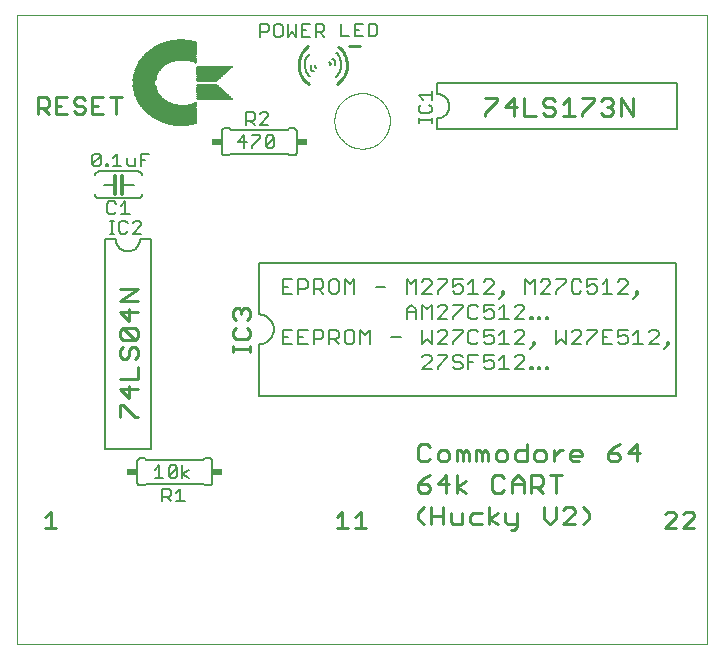
<source format=gto>
G75*
%MOIN*%
%OFA0B0*%
%FSLAX24Y24*%
%IPPOS*%
%LPD*%
%AMOC8*
5,1,8,0,0,1.08239X$1,22.5*
%
%ADD10C,0.0000*%
%ADD11C,0.0100*%
%ADD12C,0.0080*%
%ADD13C,0.0110*%
%ADD14C,0.0060*%
%ADD15C,0.0120*%
%ADD16R,0.0340X0.0240*%
%ADD17R,0.0026X0.0002*%
%ADD18R,0.0173X0.0002*%
%ADD19R,0.0244X0.0002*%
%ADD20R,0.0291X0.0002*%
%ADD21R,0.0343X0.0002*%
%ADD22R,0.0382X0.0002*%
%ADD23R,0.0417X0.0002*%
%ADD24R,0.0451X0.0002*%
%ADD25R,0.0480X0.0002*%
%ADD26R,0.0512X0.0002*%
%ADD27R,0.0535X0.0002*%
%ADD28R,0.0565X0.0002*%
%ADD29R,0.0587X0.0002*%
%ADD30R,0.0610X0.0002*%
%ADD31R,0.0638X0.0002*%
%ADD32R,0.0657X0.0002*%
%ADD33R,0.0677X0.0002*%
%ADD34R,0.0701X0.0002*%
%ADD35R,0.0719X0.0002*%
%ADD36R,0.0740X0.0002*%
%ADD37R,0.0760X0.0002*%
%ADD38R,0.0776X0.0002*%
%ADD39R,0.0793X0.0002*%
%ADD40R,0.0811X0.0002*%
%ADD41R,0.0827X0.0002*%
%ADD42R,0.0846X0.0002*%
%ADD43R,0.0862X0.0002*%
%ADD44R,0.0878X0.0002*%
%ADD45R,0.0894X0.0002*%
%ADD46R,0.0909X0.0002*%
%ADD47R,0.0925X0.0002*%
%ADD48R,0.0941X0.0002*%
%ADD49R,0.0953X0.0002*%
%ADD50R,0.0969X0.0002*%
%ADD51R,0.0984X0.0002*%
%ADD52R,0.0994X0.0002*%
%ADD53R,0.1002X0.0002*%
%ADD54R,0.1008X0.0002*%
%ADD55R,0.1016X0.0002*%
%ADD56R,0.1022X0.0002*%
%ADD57R,0.1028X0.0002*%
%ADD58R,0.1033X0.0002*%
%ADD59R,0.1041X0.0002*%
%ADD60R,0.1047X0.0002*%
%ADD61R,0.1053X0.0002*%
%ADD62R,0.1059X0.0002*%
%ADD63R,0.1065X0.0002*%
%ADD64R,0.1071X0.0002*%
%ADD65R,0.1077X0.0002*%
%ADD66R,0.1083X0.0002*%
%ADD67R,0.1089X0.0002*%
%ADD68R,0.1094X0.0002*%
%ADD69R,0.1100X0.0002*%
%ADD70R,0.1104X0.0002*%
%ADD71R,0.1110X0.0002*%
%ADD72R,0.1116X0.0002*%
%ADD73R,0.1122X0.0002*%
%ADD74R,0.1128X0.0002*%
%ADD75R,0.1132X0.0002*%
%ADD76R,0.1138X0.0002*%
%ADD77R,0.1142X0.0002*%
%ADD78R,0.1148X0.0002*%
%ADD79R,0.1154X0.0002*%
%ADD80R,0.1157X0.0002*%
%ADD81R,0.1163X0.0002*%
%ADD82R,0.1167X0.0002*%
%ADD83R,0.1173X0.0002*%
%ADD84R,0.1177X0.0002*%
%ADD85R,0.1181X0.0002*%
%ADD86R,0.1187X0.0002*%
%ADD87R,0.1191X0.0002*%
%ADD88R,0.1197X0.0002*%
%ADD89R,0.1201X0.0002*%
%ADD90R,0.1205X0.0002*%
%ADD91R,0.1211X0.0002*%
%ADD92R,0.1215X0.0002*%
%ADD93R,0.1219X0.0002*%
%ADD94R,0.1222X0.0002*%
%ADD95R,0.1228X0.0002*%
%ADD96R,0.1232X0.0002*%
%ADD97R,0.1236X0.0002*%
%ADD98R,0.1240X0.0002*%
%ADD99R,0.1246X0.0002*%
%ADD100R,0.1250X0.0002*%
%ADD101R,0.1254X0.0002*%
%ADD102R,0.1258X0.0002*%
%ADD103R,0.1262X0.0002*%
%ADD104R,0.1266X0.0002*%
%ADD105R,0.1272X0.0002*%
%ADD106R,0.1276X0.0002*%
%ADD107R,0.1280X0.0002*%
%ADD108R,0.1283X0.0002*%
%ADD109R,0.1287X0.0002*%
%ADD110R,0.1291X0.0002*%
%ADD111R,0.1295X0.0002*%
%ADD112R,0.1299X0.0002*%
%ADD113R,0.1303X0.0002*%
%ADD114R,0.1307X0.0002*%
%ADD115R,0.1311X0.0002*%
%ADD116R,0.1313X0.0002*%
%ADD117R,0.1317X0.0002*%
%ADD118R,0.1321X0.0002*%
%ADD119R,0.1325X0.0002*%
%ADD120R,0.1329X0.0002*%
%ADD121R,0.1333X0.0002*%
%ADD122R,0.1337X0.0002*%
%ADD123R,0.1341X0.0002*%
%ADD124R,0.1344X0.0002*%
%ADD125R,0.1346X0.0002*%
%ADD126R,0.1350X0.0002*%
%ADD127R,0.1354X0.0002*%
%ADD128R,0.1358X0.0002*%
%ADD129R,0.1362X0.0002*%
%ADD130R,0.1366X0.0002*%
%ADD131R,0.1368X0.0002*%
%ADD132R,0.1372X0.0002*%
%ADD133R,0.1376X0.0002*%
%ADD134R,0.1380X0.0002*%
%ADD135R,0.1382X0.0002*%
%ADD136R,0.1386X0.0002*%
%ADD137R,0.1390X0.0002*%
%ADD138R,0.1392X0.0002*%
%ADD139R,0.1396X0.0002*%
%ADD140R,0.1400X0.0002*%
%ADD141R,0.1404X0.0002*%
%ADD142R,0.1406X0.0002*%
%ADD143R,0.1409X0.0002*%
%ADD144R,0.1413X0.0002*%
%ADD145R,0.1415X0.0002*%
%ADD146R,0.1419X0.0002*%
%ADD147R,0.1423X0.0002*%
%ADD148R,0.1425X0.0002*%
%ADD149R,0.1429X0.0002*%
%ADD150R,0.1431X0.0002*%
%ADD151R,0.1435X0.0002*%
%ADD152R,0.1439X0.0002*%
%ADD153R,0.1441X0.0002*%
%ADD154R,0.1445X0.0002*%
%ADD155R,0.1447X0.0002*%
%ADD156R,0.1451X0.0002*%
%ADD157R,0.1453X0.0002*%
%ADD158R,0.1457X0.0002*%
%ADD159R,0.1461X0.0002*%
%ADD160R,0.1463X0.0002*%
%ADD161R,0.1467X0.0002*%
%ADD162R,0.1469X0.0002*%
%ADD163R,0.1472X0.0002*%
%ADD164R,0.1474X0.0002*%
%ADD165R,0.1478X0.0002*%
%ADD166R,0.1480X0.0002*%
%ADD167R,0.1484X0.0002*%
%ADD168R,0.1486X0.0002*%
%ADD169R,0.1490X0.0002*%
%ADD170R,0.1492X0.0002*%
%ADD171R,0.1496X0.0002*%
%ADD172R,0.1498X0.0002*%
%ADD173R,0.1500X0.0002*%
%ADD174R,0.1504X0.0002*%
%ADD175R,0.1506X0.0002*%
%ADD176R,0.1510X0.0002*%
%ADD177R,0.1512X0.0002*%
%ADD178R,0.1514X0.0002*%
%ADD179R,0.1518X0.0002*%
%ADD180R,0.1520X0.0002*%
%ADD181R,0.1524X0.0002*%
%ADD182R,0.1526X0.0002*%
%ADD183R,0.1530X0.0002*%
%ADD184R,0.1531X0.0002*%
%ADD185R,0.1533X0.0002*%
%ADD186R,0.1537X0.0002*%
%ADD187R,0.1539X0.0002*%
%ADD188R,0.1541X0.0002*%
%ADD189R,0.1545X0.0002*%
%ADD190R,0.1547X0.0002*%
%ADD191R,0.1549X0.0002*%
%ADD192R,0.1553X0.0002*%
%ADD193R,0.1555X0.0002*%
%ADD194R,0.1557X0.0002*%
%ADD195R,0.1561X0.0002*%
%ADD196R,0.1563X0.0002*%
%ADD197R,0.1565X0.0002*%
%ADD198R,0.1567X0.0002*%
%ADD199R,0.1571X0.0002*%
%ADD200R,0.1573X0.0002*%
%ADD201R,0.1575X0.0002*%
%ADD202R,0.1579X0.0002*%
%ADD203R,0.1581X0.0002*%
%ADD204R,0.1583X0.0002*%
%ADD205R,0.1585X0.0002*%
%ADD206R,0.1589X0.0002*%
%ADD207R,0.1591X0.0002*%
%ADD208R,0.1593X0.0002*%
%ADD209R,0.1594X0.0002*%
%ADD210R,0.1598X0.0002*%
%ADD211R,0.1600X0.0002*%
%ADD212R,0.1602X0.0002*%
%ADD213R,0.1604X0.0002*%
%ADD214R,0.1606X0.0002*%
%ADD215R,0.1610X0.0002*%
%ADD216R,0.1612X0.0002*%
%ADD217R,0.1614X0.0002*%
%ADD218R,0.1616X0.0002*%
%ADD219R,0.1618X0.0002*%
%ADD220R,0.1622X0.0002*%
%ADD221R,0.1624X0.0002*%
%ADD222R,0.1626X0.0002*%
%ADD223R,0.1628X0.0002*%
%ADD224R,0.1630X0.0002*%
%ADD225R,0.1632X0.0002*%
%ADD226R,0.1636X0.0002*%
%ADD227R,0.1638X0.0002*%
%ADD228R,0.1640X0.0002*%
%ADD229R,0.1642X0.0002*%
%ADD230R,0.1644X0.0002*%
%ADD231R,0.1646X0.0002*%
%ADD232R,0.1648X0.0002*%
%ADD233R,0.1652X0.0002*%
%ADD234R,0.1654X0.0002*%
%ADD235R,0.1656X0.0002*%
%ADD236R,0.1657X0.0002*%
%ADD237R,0.1659X0.0002*%
%ADD238R,0.1661X0.0002*%
%ADD239R,0.1663X0.0002*%
%ADD240R,0.1665X0.0002*%
%ADD241R,0.1667X0.0002*%
%ADD242R,0.1671X0.0002*%
%ADD243R,0.1673X0.0002*%
%ADD244R,0.1675X0.0002*%
%ADD245R,0.1677X0.0002*%
%ADD246R,0.1679X0.0002*%
%ADD247R,0.1681X0.0002*%
%ADD248R,0.1683X0.0002*%
%ADD249R,0.1685X0.0002*%
%ADD250R,0.1687X0.0002*%
%ADD251R,0.1689X0.0002*%
%ADD252R,0.1691X0.0002*%
%ADD253R,0.1693X0.0002*%
%ADD254R,0.1695X0.0002*%
%ADD255R,0.1697X0.0002*%
%ADD256R,0.1699X0.0002*%
%ADD257R,0.1701X0.0002*%
%ADD258R,0.1703X0.0002*%
%ADD259R,0.1705X0.0002*%
%ADD260R,0.1707X0.0002*%
%ADD261R,0.1709X0.0002*%
%ADD262R,0.1711X0.0002*%
%ADD263R,0.1713X0.0002*%
%ADD264R,0.1715X0.0002*%
%ADD265R,0.1717X0.0002*%
%ADD266R,0.1719X0.0002*%
%ADD267R,0.1720X0.0002*%
%ADD268R,0.1722X0.0002*%
%ADD269R,0.1724X0.0002*%
%ADD270R,0.1726X0.0002*%
%ADD271R,0.1728X0.0002*%
%ADD272R,0.1730X0.0002*%
%ADD273R,0.1732X0.0002*%
%ADD274R,0.1734X0.0002*%
%ADD275R,0.1736X0.0002*%
%ADD276R,0.1738X0.0002*%
%ADD277R,0.1740X0.0002*%
%ADD278R,0.1742X0.0002*%
%ADD279R,0.1744X0.0002*%
%ADD280R,0.1746X0.0002*%
%ADD281R,0.1748X0.0002*%
%ADD282R,0.1750X0.0002*%
%ADD283R,0.1752X0.0002*%
%ADD284R,0.1754X0.0002*%
%ADD285R,0.1756X0.0002*%
%ADD286R,0.1758X0.0002*%
%ADD287R,0.1760X0.0002*%
%ADD288R,0.1762X0.0002*%
%ADD289R,0.1764X0.0002*%
%ADD290R,0.1766X0.0002*%
%ADD291R,0.1768X0.0002*%
%ADD292R,0.1770X0.0002*%
%ADD293R,0.1772X0.0002*%
%ADD294R,0.1774X0.0002*%
%ADD295R,0.1776X0.0002*%
%ADD296R,0.1778X0.0002*%
%ADD297R,0.1780X0.0002*%
%ADD298R,0.1781X0.0002*%
%ADD299R,0.1783X0.0002*%
%ADD300R,0.1785X0.0002*%
%ADD301R,0.1787X0.0002*%
%ADD302R,0.1789X0.0002*%
%ADD303R,0.1791X0.0002*%
%ADD304R,0.1793X0.0002*%
%ADD305R,0.1795X0.0002*%
%ADD306R,0.1797X0.0002*%
%ADD307R,0.1799X0.0002*%
%ADD308R,0.1801X0.0002*%
%ADD309R,0.1803X0.0002*%
%ADD310R,0.1805X0.0002*%
%ADD311R,0.1807X0.0002*%
%ADD312R,0.1809X0.0002*%
%ADD313R,0.1811X0.0002*%
%ADD314R,0.1813X0.0002*%
%ADD315R,0.1815X0.0002*%
%ADD316R,0.1817X0.0002*%
%ADD317R,0.1819X0.0002*%
%ADD318R,0.1821X0.0002*%
%ADD319R,0.1823X0.0002*%
%ADD320R,0.1825X0.0002*%
%ADD321R,0.1827X0.0002*%
%ADD322R,0.1829X0.0002*%
%ADD323R,0.1831X0.0002*%
%ADD324R,0.1833X0.0002*%
%ADD325R,0.1835X0.0002*%
%ADD326R,0.1837X0.0002*%
%ADD327R,0.1839X0.0002*%
%ADD328R,0.1841X0.0002*%
%ADD329R,0.1843X0.0002*%
%ADD330R,0.1844X0.0002*%
%ADD331R,0.1846X0.0002*%
%ADD332R,0.1848X0.0002*%
%ADD333R,0.1850X0.0002*%
%ADD334R,0.1852X0.0002*%
%ADD335R,0.1854X0.0002*%
%ADD336R,0.1856X0.0002*%
%ADD337R,0.1858X0.0002*%
%ADD338R,0.1860X0.0002*%
%ADD339R,0.1862X0.0002*%
%ADD340R,0.1864X0.0002*%
%ADD341R,0.1866X0.0002*%
%ADD342R,0.1868X0.0002*%
%ADD343R,0.1870X0.0002*%
%ADD344R,0.1872X0.0002*%
%ADD345R,0.0421X0.0002*%
%ADD346R,0.1335X0.0002*%
%ADD347R,0.0384X0.0002*%
%ADD348R,0.0360X0.0002*%
%ADD349R,0.0327X0.0002*%
%ADD350R,0.1268X0.0002*%
%ADD351R,0.0311X0.0002*%
%ADD352R,0.0299X0.0002*%
%ADD353R,0.0287X0.0002*%
%ADD354R,0.0276X0.0002*%
%ADD355R,0.1226X0.0002*%
%ADD356R,0.0264X0.0002*%
%ADD357R,0.0254X0.0002*%
%ADD358R,0.1209X0.0002*%
%ADD359R,0.0236X0.0002*%
%ADD360R,0.1195X0.0002*%
%ADD361R,0.0228X0.0002*%
%ADD362R,0.0219X0.0002*%
%ADD363R,0.0211X0.0002*%
%ADD364R,0.1175X0.0002*%
%ADD365R,0.0203X0.0002*%
%ADD366R,0.0195X0.0002*%
%ADD367R,0.1161X0.0002*%
%ADD368R,0.0187X0.0002*%
%ADD369R,0.0181X0.0002*%
%ADD370R,0.1150X0.0002*%
%ADD371R,0.1146X0.0002*%
%ADD372R,0.0167X0.0002*%
%ADD373R,0.1140X0.0002*%
%ADD374R,0.0159X0.0002*%
%ADD375R,0.1134X0.0002*%
%ADD376R,0.0154X0.0002*%
%ADD377R,0.1130X0.0002*%
%ADD378R,0.0148X0.0002*%
%ADD379R,0.1126X0.0002*%
%ADD380R,0.0142X0.0002*%
%ADD381R,0.1120X0.0002*%
%ADD382R,0.0136X0.0002*%
%ADD383R,0.0130X0.0002*%
%ADD384R,0.1112X0.0002*%
%ADD385R,0.0124X0.0002*%
%ADD386R,0.1106X0.0002*%
%ADD387R,0.0118X0.0002*%
%ADD388R,0.1102X0.0002*%
%ADD389R,0.0112X0.0002*%
%ADD390R,0.1098X0.0002*%
%ADD391R,0.0108X0.0002*%
%ADD392R,0.0102X0.0002*%
%ADD393R,0.1091X0.0002*%
%ADD394R,0.0096X0.0002*%
%ADD395R,0.1087X0.0002*%
%ADD396R,0.0093X0.0002*%
%ADD397R,0.0087X0.0002*%
%ADD398R,0.1081X0.0002*%
%ADD399R,0.0083X0.0002*%
%ADD400R,0.1075X0.0002*%
%ADD401R,0.0077X0.0002*%
%ADD402R,0.0073X0.0002*%
%ADD403R,0.1067X0.0002*%
%ADD404R,0.0069X0.0002*%
%ADD405R,0.0063X0.0002*%
%ADD406R,0.1061X0.0002*%
%ADD407R,0.0059X0.0002*%
%ADD408R,0.1057X0.0002*%
%ADD409R,0.0053X0.0002*%
%ADD410R,0.1055X0.0002*%
%ADD411R,0.0049X0.0002*%
%ADD412R,0.1051X0.0002*%
%ADD413R,0.0045X0.0002*%
%ADD414R,0.0041X0.0002*%
%ADD415R,0.1045X0.0002*%
%ADD416R,0.0035X0.0002*%
%ADD417R,0.0031X0.0002*%
%ADD418R,0.1039X0.0002*%
%ADD419R,0.0028X0.0002*%
%ADD420R,0.1035X0.0002*%
%ADD421R,0.0024X0.0002*%
%ADD422R,0.0020X0.0002*%
%ADD423R,0.1031X0.0002*%
%ADD424R,0.0016X0.0002*%
%ADD425R,0.0012X0.0002*%
%ADD426R,0.1026X0.0002*%
%ADD427R,0.0008X0.0002*%
%ADD428R,0.0004X0.0002*%
%ADD429R,0.1020X0.0002*%
%ADD430R,0.1018X0.0002*%
%ADD431R,0.1014X0.0002*%
%ADD432R,0.1012X0.0002*%
%ADD433R,0.1006X0.0002*%
%ADD434R,0.1004X0.0002*%
%ADD435R,0.1000X0.0002*%
%ADD436R,0.0996X0.0002*%
%ADD437R,0.0992X0.0002*%
%ADD438R,0.0990X0.0002*%
%ADD439R,0.0986X0.0002*%
%ADD440R,0.0982X0.0002*%
%ADD441R,0.0980X0.0002*%
%ADD442R,0.0978X0.0002*%
%ADD443R,0.0976X0.0002*%
%ADD444R,0.0974X0.0002*%
%ADD445R,0.0972X0.0002*%
%ADD446R,0.0970X0.0002*%
%ADD447R,0.0967X0.0002*%
%ADD448R,0.0963X0.0002*%
%ADD449R,0.0959X0.0002*%
%ADD450R,0.0955X0.0002*%
%ADD451R,0.0951X0.0002*%
%ADD452R,0.0947X0.0002*%
%ADD453R,0.0945X0.0002*%
%ADD454R,0.0943X0.0002*%
%ADD455R,0.0939X0.0002*%
%ADD456R,0.0937X0.0002*%
%ADD457R,0.0933X0.0002*%
%ADD458R,0.0931X0.0002*%
%ADD459R,0.0929X0.0002*%
%ADD460R,0.0927X0.0002*%
%ADD461R,0.0923X0.0002*%
%ADD462R,0.0921X0.0002*%
%ADD463R,0.0917X0.0002*%
%ADD464R,0.1207X0.0002*%
%ADD465R,0.0915X0.0002*%
%ADD466R,0.1203X0.0002*%
%ADD467R,0.0913X0.0002*%
%ADD468R,0.0911X0.0002*%
%ADD469R,0.1199X0.0002*%
%ADD470R,0.0907X0.0002*%
%ADD471R,0.1193X0.0002*%
%ADD472R,0.0906X0.0002*%
%ADD473R,0.1189X0.0002*%
%ADD474R,0.0902X0.0002*%
%ADD475R,0.1185X0.0002*%
%ADD476R,0.1183X0.0002*%
%ADD477R,0.0900X0.0002*%
%ADD478R,0.1179X0.0002*%
%ADD479R,0.0898X0.0002*%
%ADD480R,0.0896X0.0002*%
%ADD481R,0.1171X0.0002*%
%ADD482R,0.1169X0.0002*%
%ADD483R,0.0892X0.0002*%
%ADD484R,0.0890X0.0002*%
%ADD485R,0.1165X0.0002*%
%ADD486R,0.0888X0.0002*%
%ADD487R,0.1159X0.0002*%
%ADD488R,0.0886X0.0002*%
%ADD489R,0.0884X0.0002*%
%ADD490R,0.1156X0.0002*%
%ADD491R,0.0882X0.0002*%
%ADD492R,0.1152X0.0002*%
%ADD493R,0.0880X0.0002*%
%ADD494R,0.1144X0.0002*%
%ADD495R,0.0876X0.0002*%
%ADD496R,0.0874X0.0002*%
%ADD497R,0.1136X0.0002*%
%ADD498R,0.0872X0.0002*%
%ADD499R,0.0870X0.0002*%
%ADD500R,0.0868X0.0002*%
%ADD501R,0.1124X0.0002*%
%ADD502R,0.0866X0.0002*%
%ADD503R,0.0864X0.0002*%
%ADD504R,0.1118X0.0002*%
%ADD505R,0.1114X0.0002*%
%ADD506R,0.0860X0.0002*%
%ADD507R,0.1108X0.0002*%
%ADD508R,0.0858X0.0002*%
%ADD509R,0.0856X0.0002*%
%ADD510R,0.0854X0.0002*%
%ADD511R,0.1096X0.0002*%
%ADD512R,0.1093X0.0002*%
%ADD513R,0.0852X0.0002*%
%ADD514R,0.0850X0.0002*%
%ADD515R,0.0848X0.0002*%
%ADD516R,0.1085X0.0002*%
%ADD517R,0.0844X0.0002*%
%ADD518R,0.1073X0.0002*%
%ADD519R,0.1069X0.0002*%
%ADD520R,0.0843X0.0002*%
%ADD521R,0.0841X0.0002*%
%ADD522R,0.1063X0.0002*%
%ADD523R,0.0839X0.0002*%
%ADD524R,0.0837X0.0002*%
%ADD525R,0.1049X0.0002*%
%ADD526R,0.0835X0.0002*%
%ADD527R,0.1043X0.0002*%
%ADD528R,0.0833X0.0002*%
%ADD529R,0.0831X0.0002*%
%ADD530R,0.1037X0.0002*%
%ADD531R,0.0829X0.0002*%
%ADD532R,0.1030X0.0002*%
%ADD533R,0.1024X0.0002*%
%ADD534R,0.0825X0.0002*%
%ADD535R,0.0823X0.0002*%
%ADD536R,0.1010X0.0002*%
%ADD537R,0.0821X0.0002*%
%ADD538R,0.0819X0.0002*%
%ADD539R,0.0817X0.0002*%
%ADD540R,0.0998X0.0002*%
%ADD541R,0.0815X0.0002*%
%ADD542R,0.0988X0.0002*%
%ADD543R,0.0813X0.0002*%
%ADD544R,0.0809X0.0002*%
%ADD545R,0.0965X0.0002*%
%ADD546R,0.0807X0.0002*%
%ADD547R,0.0957X0.0002*%
%ADD548R,0.0805X0.0002*%
%ADD549R,0.0949X0.0002*%
%ADD550R,0.0803X0.0002*%
%ADD551R,0.0801X0.0002*%
%ADD552R,0.0935X0.0002*%
%ADD553R,0.0799X0.0002*%
%ADD554R,0.0797X0.0002*%
%ADD555R,0.0919X0.0002*%
%ADD556R,0.0795X0.0002*%
%ADD557R,0.0904X0.0002*%
%ADD558R,0.0791X0.0002*%
%ADD559R,0.0789X0.0002*%
%ADD560R,0.0787X0.0002*%
%ADD561R,0.0785X0.0002*%
%ADD562R,0.0783X0.0002*%
%ADD563R,0.0781X0.0002*%
%ADD564R,0.0780X0.0002*%
%ADD565R,0.0778X0.0002*%
%ADD566R,0.0774X0.0002*%
%ADD567R,0.0770X0.0002*%
%ADD568R,0.0768X0.0002*%
%ADD569R,0.0772X0.0002*%
%ADD570R,0.0766X0.0002*%
%ADD571R,0.0764X0.0002*%
%ADD572R,0.0762X0.0002*%
%ADD573R,0.0758X0.0002*%
%ADD574R,0.0756X0.0002*%
%ADD575R,0.0754X0.0002*%
%ADD576R,0.0752X0.0002*%
%ADD577R,0.0750X0.0002*%
%ADD578R,0.0746X0.0002*%
%ADD579R,0.0744X0.0002*%
%ADD580R,0.0742X0.0002*%
%ADD581R,0.0738X0.0002*%
%ADD582R,0.0736X0.0002*%
%ADD583R,0.0734X0.0002*%
%ADD584R,0.0732X0.0002*%
%ADD585R,0.0730X0.0002*%
%ADD586R,0.0728X0.0002*%
%ADD587R,0.0726X0.0002*%
%ADD588R,0.0722X0.0002*%
%ADD589R,0.0720X0.0002*%
%ADD590R,0.0717X0.0002*%
%ADD591R,0.0715X0.0002*%
%ADD592R,0.0713X0.0002*%
%ADD593R,0.0711X0.0002*%
%ADD594R,0.0709X0.0002*%
%ADD595R,0.0707X0.0002*%
%ADD596R,0.0705X0.0002*%
%ADD597R,0.0703X0.0002*%
%ADD598R,0.0699X0.0002*%
%ADD599R,0.0697X0.0002*%
%ADD600R,0.0695X0.0002*%
%ADD601R,0.0693X0.0002*%
%ADD602R,0.0691X0.0002*%
%ADD603R,0.0689X0.0002*%
%ADD604R,0.0687X0.0002*%
%ADD605R,0.0685X0.0002*%
%ADD606R,0.0683X0.0002*%
%ADD607R,0.0681X0.0002*%
%ADD608R,0.0679X0.0002*%
%ADD609R,0.0675X0.0002*%
%ADD610R,0.0673X0.0002*%
%ADD611R,0.0671X0.0002*%
%ADD612R,0.0669X0.0002*%
%ADD613R,0.0667X0.0002*%
%ADD614R,0.0724X0.0002*%
%ADD615R,0.0748X0.0002*%
%ADD616R,0.0961X0.0002*%
%ADD617R,0.1079X0.0002*%
%ADD618R,0.0002X0.0002*%
%ADD619R,0.0006X0.0002*%
%ADD620R,0.0010X0.0002*%
%ADD621R,0.0014X0.0002*%
%ADD622R,0.0022X0.0002*%
%ADD623R,0.0039X0.0002*%
%ADD624R,0.0043X0.0002*%
%ADD625R,0.0047X0.0002*%
%ADD626R,0.0057X0.0002*%
%ADD627R,0.0061X0.0002*%
%ADD628R,0.0067X0.0002*%
%ADD629R,0.0071X0.0002*%
%ADD630R,0.0081X0.0002*%
%ADD631R,0.0091X0.0002*%
%ADD632R,0.0100X0.0002*%
%ADD633R,0.0106X0.0002*%
%ADD634R,0.0122X0.0002*%
%ADD635R,0.0128X0.0002*%
%ADD636R,0.0134X0.0002*%
%ADD637R,0.0140X0.0002*%
%ADD638R,0.0146X0.0002*%
%ADD639R,0.0165X0.0002*%
%ADD640R,0.0171X0.0002*%
%ADD641R,0.0179X0.0002*%
%ADD642R,0.0185X0.0002*%
%ADD643R,0.0193X0.0002*%
%ADD644R,0.0201X0.0002*%
%ADD645R,0.0209X0.0002*%
%ADD646R,0.0217X0.0002*%
%ADD647R,0.0224X0.0002*%
%ADD648R,0.0234X0.0002*%
%ADD649R,0.0242X0.0002*%
%ADD650R,0.1217X0.0002*%
%ADD651R,0.0252X0.0002*%
%ADD652R,0.1224X0.0002*%
%ADD653R,0.0262X0.0002*%
%ADD654R,0.1234X0.0002*%
%ADD655R,0.0272X0.0002*%
%ADD656R,0.1244X0.0002*%
%ADD657R,0.0283X0.0002*%
%ADD658R,0.0295X0.0002*%
%ADD659R,0.0307X0.0002*%
%ADD660R,0.0323X0.0002*%
%ADD661R,0.1293X0.0002*%
%ADD662R,0.0337X0.0002*%
%ADD663R,0.1309X0.0002*%
%ADD664R,0.0356X0.0002*%
%ADD665R,0.1331X0.0002*%
%ADD666R,0.0378X0.0002*%
%ADD667R,0.0409X0.0002*%
%ADD668R,0.1669X0.0002*%
%ADD669R,0.1650X0.0002*%
%ADD670R,0.1634X0.0002*%
%ADD671R,0.1620X0.0002*%
%ADD672R,0.1608X0.0002*%
%ADD673R,0.1596X0.0002*%
%ADD674R,0.1587X0.0002*%
%ADD675R,0.1577X0.0002*%
%ADD676R,0.1569X0.0002*%
%ADD677R,0.1559X0.0002*%
%ADD678R,0.1551X0.0002*%
%ADD679R,0.1543X0.0002*%
%ADD680R,0.1535X0.0002*%
%ADD681R,0.1528X0.0002*%
%ADD682R,0.1522X0.0002*%
%ADD683R,0.1516X0.0002*%
%ADD684R,0.1508X0.0002*%
%ADD685R,0.1502X0.0002*%
%ADD686R,0.1494X0.0002*%
%ADD687R,0.1488X0.0002*%
%ADD688R,0.1482X0.0002*%
%ADD689R,0.1476X0.0002*%
%ADD690R,0.1470X0.0002*%
%ADD691R,0.1465X0.0002*%
%ADD692R,0.1459X0.0002*%
%ADD693R,0.1455X0.0002*%
%ADD694R,0.1449X0.0002*%
%ADD695R,0.1443X0.0002*%
%ADD696R,0.1437X0.0002*%
%ADD697R,0.1433X0.0002*%
%ADD698R,0.1427X0.0002*%
%ADD699R,0.1421X0.0002*%
%ADD700R,0.1417X0.0002*%
%ADD701R,0.1411X0.0002*%
%ADD702R,0.1407X0.0002*%
%ADD703R,0.1402X0.0002*%
%ADD704R,0.1398X0.0002*%
%ADD705R,0.1388X0.0002*%
%ADD706R,0.1378X0.0002*%
%ADD707R,0.1374X0.0002*%
%ADD708R,0.1364X0.0002*%
%ADD709R,0.1360X0.0002*%
%ADD710R,0.1356X0.0002*%
%ADD711R,0.1343X0.0002*%
%ADD712R,0.1339X0.0002*%
%ADD713R,0.1305X0.0002*%
%ADD714R,0.1301X0.0002*%
%ADD715R,0.1297X0.0002*%
%ADD716R,0.1289X0.0002*%
%ADD717R,0.1285X0.0002*%
%ADD718R,0.1281X0.0002*%
%ADD719R,0.1278X0.0002*%
%ADD720R,0.1274X0.0002*%
%ADD721R,0.1270X0.0002*%
%ADD722R,0.1256X0.0002*%
%ADD723R,0.1252X0.0002*%
%ADD724R,0.1248X0.0002*%
%ADD725R,0.1230X0.0002*%
%ADD726R,0.1213X0.0002*%
%ADD727R,0.0652X0.0002*%
%ADD728R,0.0628X0.0002*%
%ADD729R,0.0606X0.0002*%
%ADD730R,0.0583X0.0002*%
%ADD731R,0.0559X0.0002*%
%ADD732R,0.0531X0.0002*%
%ADD733R,0.0502X0.0002*%
%ADD734R,0.0472X0.0002*%
%ADD735R,0.0441X0.0002*%
%ADD736R,0.0406X0.0002*%
%ADD737R,0.0368X0.0002*%
%ADD738R,0.0329X0.0002*%
%ADD739R,0.0280X0.0002*%
%ADD740R,0.0222X0.0002*%
D10*
X000100Y000100D02*
X000100Y021060D01*
X023100Y021060D01*
X023100Y000100D01*
X000100Y000100D01*
X010671Y017547D02*
X010673Y017607D01*
X010679Y017668D01*
X010689Y017727D01*
X010703Y017786D01*
X010720Y017844D01*
X010741Y017901D01*
X010766Y017956D01*
X010795Y018009D01*
X010827Y018061D01*
X010862Y018110D01*
X010901Y018157D01*
X010942Y018201D01*
X010986Y018242D01*
X011033Y018281D01*
X011082Y018316D01*
X011133Y018348D01*
X011187Y018377D01*
X011242Y018402D01*
X011299Y018423D01*
X011357Y018440D01*
X011416Y018454D01*
X011475Y018464D01*
X011536Y018470D01*
X011596Y018472D01*
X011656Y018470D01*
X011717Y018464D01*
X011776Y018454D01*
X011835Y018440D01*
X011893Y018423D01*
X011950Y018402D01*
X012005Y018377D01*
X012058Y018348D01*
X012110Y018316D01*
X012159Y018281D01*
X012206Y018242D01*
X012250Y018201D01*
X012291Y018157D01*
X012330Y018110D01*
X012365Y018061D01*
X012397Y018010D01*
X012426Y017956D01*
X012451Y017901D01*
X012472Y017844D01*
X012489Y017786D01*
X012503Y017727D01*
X012513Y017668D01*
X012519Y017607D01*
X012521Y017547D01*
X012519Y017487D01*
X012513Y017426D01*
X012503Y017367D01*
X012489Y017308D01*
X012472Y017250D01*
X012451Y017193D01*
X012426Y017138D01*
X012397Y017085D01*
X012365Y017033D01*
X012330Y016984D01*
X012291Y016937D01*
X012250Y016893D01*
X012206Y016852D01*
X012159Y016813D01*
X012110Y016778D01*
X012059Y016746D01*
X012005Y016717D01*
X011950Y016692D01*
X011893Y016671D01*
X011835Y016654D01*
X011776Y016640D01*
X011717Y016630D01*
X011656Y016624D01*
X011596Y016622D01*
X011536Y016624D01*
X011475Y016630D01*
X011416Y016640D01*
X011357Y016654D01*
X011299Y016671D01*
X011242Y016692D01*
X011187Y016717D01*
X011134Y016746D01*
X011082Y016778D01*
X011033Y016813D01*
X010986Y016852D01*
X010942Y016893D01*
X010901Y016937D01*
X010862Y016984D01*
X010827Y017033D01*
X010795Y017084D01*
X010766Y017138D01*
X010741Y017193D01*
X010720Y017250D01*
X010703Y017308D01*
X010689Y017367D01*
X010679Y017426D01*
X010673Y017487D01*
X010671Y017547D01*
D11*
X010747Y018781D02*
X010789Y018808D01*
X010829Y018839D01*
X010866Y018872D01*
X010901Y018908D01*
X010934Y018946D01*
X010963Y018987D01*
X010990Y019029D01*
X011014Y019073D01*
X011035Y019119D01*
X011052Y019166D01*
X011066Y019214D01*
X011077Y019263D01*
X011084Y019313D01*
X011087Y019362D01*
X011088Y019413D01*
X011150Y020055D02*
X011524Y020055D01*
X010804Y020024D02*
X010843Y019988D01*
X010881Y019949D01*
X010915Y019909D01*
X010947Y019866D01*
X010975Y019821D01*
X011001Y019774D01*
X011024Y019725D01*
X011043Y019675D01*
X011059Y019624D01*
X011071Y019572D01*
X011080Y019520D01*
X011085Y019466D01*
X011087Y019413D01*
X009775Y020028D02*
X009735Y019992D01*
X009697Y019953D01*
X009662Y019912D01*
X009630Y019869D01*
X009600Y019824D01*
X009574Y019777D01*
X009552Y019728D01*
X009532Y019677D01*
X009516Y019626D01*
X009503Y019574D01*
X009494Y019520D01*
X009489Y019467D01*
X009487Y019413D01*
X009488Y019413D02*
X009486Y019362D01*
X009488Y019312D01*
X009494Y019261D01*
X009503Y019212D01*
X009516Y019163D01*
X009532Y019115D01*
X009552Y019068D01*
X009575Y019023D01*
X009602Y018980D01*
X009631Y018938D01*
X009663Y018899D01*
X009698Y018863D01*
X009736Y018829D01*
X009776Y018797D01*
X009818Y018769D01*
X003580Y018335D02*
X003206Y018335D01*
X003393Y018335D02*
X003393Y017775D01*
X002972Y017775D02*
X002598Y017775D01*
X002598Y018335D01*
X002972Y018335D01*
X002785Y018055D02*
X002598Y018055D01*
X002364Y017962D02*
X002364Y017868D01*
X002271Y017775D01*
X002084Y017775D01*
X001990Y017868D01*
X002084Y018055D02*
X002271Y018055D01*
X002364Y017962D01*
X002364Y018242D02*
X002271Y018335D01*
X002084Y018335D01*
X001990Y018242D01*
X001990Y018149D01*
X002084Y018055D01*
X001756Y017775D02*
X001383Y017775D01*
X001383Y018335D01*
X001756Y018335D01*
X001570Y018055D02*
X001383Y018055D01*
X001149Y018055D02*
X001055Y017962D01*
X000775Y017962D01*
X000962Y017962D02*
X001149Y017775D01*
X001149Y018055D02*
X001149Y018242D01*
X001055Y018335D01*
X000775Y018335D01*
X000775Y017775D01*
X001212Y004523D02*
X001212Y003963D01*
X001025Y003963D02*
X001399Y003963D01*
X001025Y004336D02*
X001212Y004523D01*
X010749Y004336D02*
X010935Y004523D01*
X010935Y003963D01*
X010749Y003963D02*
X011122Y003963D01*
X011356Y003963D02*
X011730Y003963D01*
X011543Y003963D02*
X011543Y004523D01*
X011356Y004336D01*
X021687Y004430D02*
X021781Y004523D01*
X021968Y004523D01*
X022061Y004430D01*
X022061Y004336D01*
X021687Y003963D01*
X022061Y003963D01*
X022295Y003963D02*
X022669Y004336D01*
X022669Y004430D01*
X022575Y004523D01*
X022389Y004523D01*
X022295Y004430D01*
X022295Y003963D02*
X022669Y003963D01*
D12*
X017798Y009265D02*
X017718Y009265D01*
X017718Y009345D01*
X017798Y009345D01*
X017798Y009265D01*
X017541Y009265D02*
X017541Y009345D01*
X017461Y009345D01*
X017461Y009265D01*
X017541Y009265D01*
X017283Y009265D02*
X017283Y009345D01*
X017203Y009345D01*
X017203Y009265D01*
X017283Y009265D01*
X017007Y009265D02*
X016687Y009265D01*
X017007Y009585D01*
X017007Y009665D01*
X016927Y009745D01*
X016767Y009745D01*
X016687Y009665D01*
X016332Y009745D02*
X016332Y009265D01*
X016492Y009265D02*
X016171Y009265D01*
X015976Y009345D02*
X015896Y009265D01*
X015736Y009265D01*
X015656Y009345D01*
X015656Y009505D02*
X015816Y009585D01*
X015896Y009585D01*
X015976Y009505D01*
X015976Y009345D01*
X016171Y009585D02*
X016332Y009745D01*
X016332Y010105D02*
X016332Y010585D01*
X016171Y010425D01*
X015976Y010345D02*
X015976Y010185D01*
X015896Y010105D01*
X015736Y010105D01*
X015656Y010185D01*
X015656Y010345D02*
X015816Y010425D01*
X015896Y010425D01*
X015976Y010345D01*
X016171Y010105D02*
X016492Y010105D01*
X016687Y010105D02*
X017007Y010425D01*
X017007Y010505D01*
X016927Y010585D01*
X016767Y010585D01*
X016687Y010505D01*
X016687Y010105D02*
X017007Y010105D01*
X017203Y009945D02*
X017363Y010105D01*
X017283Y010105D01*
X017283Y010185D01*
X017363Y010185D01*
X017363Y010105D01*
X018062Y010105D02*
X018062Y010585D01*
X017798Y010945D02*
X017718Y010945D01*
X017718Y011025D01*
X017798Y011025D01*
X017798Y010945D01*
X017541Y010945D02*
X017541Y011025D01*
X017461Y011025D01*
X017461Y010945D01*
X017541Y010945D01*
X017283Y010945D02*
X017283Y011025D01*
X017203Y011025D01*
X017203Y010945D01*
X017283Y010945D01*
X017007Y010945D02*
X016687Y010945D01*
X017007Y011265D01*
X017007Y011345D01*
X016927Y011425D01*
X016767Y011425D01*
X016687Y011345D01*
X016332Y011425D02*
X016332Y010945D01*
X016492Y010945D02*
X016171Y010945D01*
X015976Y011025D02*
X015896Y010945D01*
X015736Y010945D01*
X015656Y011025D01*
X015656Y011185D02*
X015816Y011265D01*
X015896Y011265D01*
X015976Y011185D01*
X015976Y011025D01*
X016171Y011265D02*
X016332Y011425D01*
X016171Y011625D02*
X016332Y011785D01*
X016252Y011785D01*
X016252Y011865D01*
X016332Y011865D01*
X016332Y011785D01*
X015976Y011785D02*
X015656Y011785D01*
X015976Y012105D01*
X015976Y012185D01*
X015896Y012265D01*
X015736Y012265D01*
X015656Y012185D01*
X015300Y012265D02*
X015300Y011785D01*
X015140Y011785D02*
X015460Y011785D01*
X015380Y011425D02*
X015220Y011425D01*
X015140Y011345D01*
X015140Y011025D01*
X015220Y010945D01*
X015380Y010945D01*
X015460Y011025D01*
X015656Y011185D02*
X015656Y011425D01*
X015976Y011425D01*
X015460Y011345D02*
X015380Y011425D01*
X014945Y011425D02*
X014945Y011345D01*
X014625Y011025D01*
X014625Y010945D01*
X014429Y010945D02*
X014109Y010945D01*
X014429Y011265D01*
X014429Y011345D01*
X014349Y011425D01*
X014189Y011425D01*
X014109Y011345D01*
X013914Y011425D02*
X013914Y010945D01*
X013593Y010945D02*
X013593Y011425D01*
X013753Y011265D01*
X013914Y011425D01*
X013914Y011785D02*
X013593Y011785D01*
X013914Y012105D01*
X013914Y012185D01*
X013833Y012265D01*
X013673Y012265D01*
X013593Y012185D01*
X013398Y012265D02*
X013398Y011785D01*
X013078Y011785D02*
X013078Y012265D01*
X013238Y012105D01*
X013398Y012265D01*
X014109Y012265D02*
X014429Y012265D01*
X014429Y012185D01*
X014109Y011865D01*
X014109Y011785D01*
X014625Y011865D02*
X014705Y011785D01*
X014865Y011785D01*
X014945Y011865D01*
X014945Y012025D01*
X014865Y012105D01*
X014785Y012105D01*
X014625Y012025D01*
X014625Y012265D01*
X014945Y012265D01*
X015140Y012105D02*
X015300Y012265D01*
X014945Y011425D02*
X014625Y011425D01*
X014625Y010585D02*
X014945Y010585D01*
X014945Y010505D01*
X014625Y010185D01*
X014625Y010105D01*
X014429Y010105D02*
X014109Y010105D01*
X014429Y010425D01*
X014429Y010505D01*
X014349Y010585D01*
X014189Y010585D01*
X014109Y010505D01*
X013914Y010585D02*
X013914Y010105D01*
X013753Y010265D01*
X013593Y010105D01*
X013593Y010585D01*
X013398Y010945D02*
X013398Y011265D01*
X013238Y011425D01*
X013078Y011265D01*
X013078Y010945D01*
X013078Y011185D02*
X013398Y011185D01*
X012882Y010345D02*
X012562Y010345D01*
X011851Y010585D02*
X011851Y010105D01*
X011531Y010105D02*
X011531Y010585D01*
X011691Y010425D01*
X011851Y010585D01*
X011335Y010505D02*
X011335Y010185D01*
X011255Y010105D01*
X011095Y010105D01*
X011015Y010185D01*
X011015Y010505D01*
X011095Y010585D01*
X011255Y010585D01*
X011335Y010505D01*
X010820Y010505D02*
X010820Y010345D01*
X010740Y010265D01*
X010499Y010265D01*
X010499Y010105D02*
X010499Y010585D01*
X010740Y010585D01*
X010820Y010505D01*
X010660Y010265D02*
X010820Y010105D01*
X010304Y010345D02*
X010304Y010505D01*
X010224Y010585D01*
X009984Y010585D01*
X009984Y010105D01*
X009984Y010265D02*
X010224Y010265D01*
X010304Y010345D01*
X009788Y010105D02*
X009468Y010105D01*
X009468Y010585D01*
X009788Y010585D01*
X009628Y010345D02*
X009468Y010345D01*
X009273Y010105D02*
X008953Y010105D01*
X008953Y010585D01*
X009273Y010585D01*
X009113Y010345D02*
X008953Y010345D01*
X008953Y011785D02*
X009273Y011785D01*
X009468Y011785D02*
X009468Y012265D01*
X009708Y012265D01*
X009788Y012185D01*
X009788Y012025D01*
X009708Y011945D01*
X009468Y011945D01*
X009113Y012025D02*
X008953Y012025D01*
X008953Y012265D02*
X008953Y011785D01*
X008953Y012265D02*
X009273Y012265D01*
X009984Y012265D02*
X009984Y011785D01*
X009984Y011945D02*
X010224Y011945D01*
X010304Y012025D01*
X010304Y012185D01*
X010224Y012265D01*
X009984Y012265D01*
X010144Y011945D02*
X010304Y011785D01*
X010499Y011865D02*
X010579Y011785D01*
X010740Y011785D01*
X010820Y011865D01*
X010820Y012185D01*
X010740Y012265D01*
X010579Y012265D01*
X010499Y012185D01*
X010499Y011865D01*
X011015Y011785D02*
X011015Y012265D01*
X011175Y012105D01*
X011335Y012265D01*
X011335Y011785D01*
X012046Y012025D02*
X012367Y012025D01*
X013673Y009745D02*
X013593Y009665D01*
X013673Y009745D02*
X013833Y009745D01*
X013914Y009665D01*
X013914Y009585D01*
X013593Y009265D01*
X013914Y009265D01*
X014109Y009265D02*
X014109Y009345D01*
X014429Y009665D01*
X014429Y009745D01*
X014109Y009745D01*
X014625Y009665D02*
X014625Y009585D01*
X014705Y009505D01*
X014865Y009505D01*
X014945Y009425D01*
X014945Y009345D01*
X014865Y009265D01*
X014705Y009265D01*
X014625Y009345D01*
X014625Y009665D02*
X014705Y009745D01*
X014865Y009745D01*
X014945Y009665D01*
X015140Y009745D02*
X015460Y009745D01*
X015656Y009745D02*
X015656Y009505D01*
X015656Y009745D02*
X015976Y009745D01*
X015460Y010185D02*
X015380Y010105D01*
X015220Y010105D01*
X015140Y010185D01*
X015140Y010505D01*
X015220Y010585D01*
X015380Y010585D01*
X015460Y010505D01*
X015656Y010585D02*
X015656Y010345D01*
X015656Y010585D02*
X015976Y010585D01*
X015140Y009745D02*
X015140Y009265D01*
X015140Y009505D02*
X015300Y009505D01*
X017031Y011785D02*
X017031Y012265D01*
X017191Y012105D01*
X017351Y012265D01*
X017351Y011785D01*
X017546Y011785D02*
X017867Y012105D01*
X017867Y012185D01*
X017787Y012265D01*
X017627Y012265D01*
X017546Y012185D01*
X017546Y011785D02*
X017867Y011785D01*
X018062Y011785D02*
X018062Y011865D01*
X018382Y012185D01*
X018382Y012265D01*
X018062Y012265D01*
X018578Y012185D02*
X018578Y011865D01*
X018658Y011785D01*
X018818Y011785D01*
X018898Y011865D01*
X019093Y011865D02*
X019173Y011785D01*
X019334Y011785D01*
X019414Y011865D01*
X019414Y012025D01*
X019334Y012105D01*
X019254Y012105D01*
X019093Y012025D01*
X019093Y012265D01*
X019414Y012265D01*
X019609Y012105D02*
X019769Y012265D01*
X019769Y011785D01*
X019609Y011785D02*
X019929Y011785D01*
X020125Y011785D02*
X020445Y012105D01*
X020445Y012185D01*
X020365Y012265D01*
X020205Y012265D01*
X020125Y012185D01*
X020125Y011785D02*
X020445Y011785D01*
X020640Y011625D02*
X020800Y011785D01*
X020720Y011785D01*
X020720Y011865D01*
X020800Y011865D01*
X020800Y011785D01*
X020800Y010585D02*
X020800Y010105D01*
X020640Y010105D02*
X020961Y010105D01*
X021156Y010105D02*
X021476Y010425D01*
X021476Y010505D01*
X021396Y010585D01*
X021236Y010585D01*
X021156Y010505D01*
X020800Y010585D02*
X020640Y010425D01*
X020445Y010345D02*
X020445Y010185D01*
X020365Y010105D01*
X020205Y010105D01*
X020125Y010185D01*
X020125Y010345D02*
X020285Y010425D01*
X020365Y010425D01*
X020445Y010345D01*
X020445Y010585D02*
X020125Y010585D01*
X020125Y010345D01*
X019929Y010105D02*
X019609Y010105D01*
X019609Y010585D01*
X019929Y010585D01*
X019769Y010345D02*
X019609Y010345D01*
X019414Y010505D02*
X019093Y010185D01*
X019093Y010105D01*
X018898Y010105D02*
X018578Y010105D01*
X018898Y010425D01*
X018898Y010505D01*
X018818Y010585D01*
X018658Y010585D01*
X018578Y010505D01*
X018382Y010585D02*
X018382Y010105D01*
X018222Y010265D01*
X018062Y010105D01*
X019093Y010585D02*
X019414Y010585D01*
X019414Y010505D01*
X018898Y012185D02*
X018818Y012265D01*
X018658Y012265D01*
X018578Y012185D01*
X021156Y010105D02*
X021476Y010105D01*
X021672Y009945D02*
X021832Y010105D01*
X021752Y010105D01*
X021752Y010185D01*
X021832Y010185D01*
X021832Y010105D01*
X013910Y017490D02*
X013910Y017630D01*
X013910Y017560D02*
X013490Y017560D01*
X013490Y017490D02*
X013490Y017630D01*
X013560Y017797D02*
X013840Y017797D01*
X013910Y017867D01*
X013910Y018007D01*
X013840Y018077D01*
X013910Y018257D02*
X013910Y018538D01*
X013910Y018397D02*
X013490Y018397D01*
X013630Y018257D01*
X013560Y018077D02*
X013490Y018007D01*
X013490Y017867D01*
X013560Y017797D01*
X012021Y020365D02*
X011811Y020365D01*
X011811Y020785D01*
X012021Y020785D01*
X012091Y020715D01*
X012091Y020435D01*
X012021Y020365D01*
X011631Y020365D02*
X011350Y020365D01*
X011350Y020785D01*
X011631Y020785D01*
X011491Y020575D02*
X011350Y020575D01*
X011170Y020365D02*
X010890Y020365D01*
X010890Y020785D01*
X010324Y020703D02*
X010324Y020563D01*
X010254Y020493D01*
X010044Y020493D01*
X010184Y020493D02*
X010324Y020353D01*
X010044Y020353D02*
X010044Y020773D01*
X010254Y020773D01*
X010324Y020703D01*
X009864Y020773D02*
X009584Y020773D01*
X009584Y020353D01*
X009864Y020353D01*
X009724Y020563D02*
X009584Y020563D01*
X009404Y020353D02*
X009404Y020773D01*
X009123Y020773D02*
X009123Y020353D01*
X009263Y020493D01*
X009404Y020353D01*
X008943Y020423D02*
X008943Y020703D01*
X008873Y020773D01*
X008733Y020773D01*
X008663Y020703D01*
X008663Y020423D01*
X008733Y020353D01*
X008873Y020353D01*
X008943Y020423D01*
X008483Y020563D02*
X008413Y020493D01*
X008203Y020493D01*
X008203Y020353D02*
X008203Y020773D01*
X008413Y020773D01*
X008483Y020703D01*
X008483Y020563D01*
X008402Y017835D02*
X008262Y017835D01*
X008192Y017765D01*
X008012Y017765D02*
X007942Y017835D01*
X007732Y017835D01*
X007732Y017415D01*
X007732Y017555D02*
X007942Y017555D01*
X008012Y017625D01*
X008012Y017765D01*
X007872Y017555D02*
X008012Y017415D01*
X008192Y017415D02*
X008472Y017695D01*
X008472Y017765D01*
X008402Y017835D01*
X008472Y017415D02*
X008192Y017415D01*
X008202Y017060D02*
X007922Y017060D01*
X007671Y017060D02*
X007461Y016850D01*
X007742Y016850D01*
X007671Y016640D02*
X007671Y017060D01*
X007922Y016710D02*
X007922Y016640D01*
X007922Y016710D02*
X008202Y016990D01*
X008202Y017060D01*
X008382Y016990D02*
X008452Y017060D01*
X008592Y017060D01*
X008662Y016990D01*
X008382Y016710D01*
X008452Y016640D01*
X008592Y016640D01*
X008662Y016710D01*
X008662Y016990D01*
X008382Y016990D02*
X008382Y016710D01*
X004494Y016448D02*
X004214Y016448D01*
X004214Y016028D01*
X004034Y016028D02*
X004034Y016308D01*
X004214Y016238D02*
X004354Y016238D01*
X004034Y016028D02*
X003824Y016028D01*
X003753Y016098D01*
X003753Y016308D01*
X003573Y016028D02*
X003293Y016028D01*
X003433Y016028D02*
X003433Y016448D01*
X003293Y016308D01*
X003133Y016098D02*
X003133Y016028D01*
X003063Y016028D01*
X003063Y016098D01*
X003133Y016098D01*
X002883Y016098D02*
X002813Y016028D01*
X002673Y016028D01*
X002603Y016098D01*
X002883Y016378D01*
X002883Y016098D01*
X002883Y016378D02*
X002813Y016448D01*
X002673Y016448D01*
X002603Y016378D01*
X002603Y016098D01*
X003173Y014860D02*
X003103Y014790D01*
X003103Y014510D01*
X003173Y014440D01*
X003313Y014440D01*
X003383Y014510D01*
X003563Y014440D02*
X003843Y014440D01*
X003703Y014440D02*
X003703Y014860D01*
X003563Y014720D01*
X003383Y014790D02*
X003313Y014860D01*
X003173Y014860D01*
X003190Y014210D02*
X003330Y014210D01*
X003260Y014210D02*
X003260Y013790D01*
X003190Y013790D02*
X003330Y013790D01*
X003497Y013860D02*
X003497Y014140D01*
X003567Y014210D01*
X003707Y014210D01*
X003777Y014140D01*
X003957Y014140D02*
X004027Y014210D01*
X004168Y014210D01*
X004238Y014140D01*
X004238Y014070D01*
X003957Y013790D01*
X004238Y013790D01*
X003777Y013860D02*
X003707Y013790D01*
X003567Y013790D01*
X003497Y013860D01*
X004828Y006060D02*
X004828Y005640D01*
X004688Y005640D02*
X004968Y005640D01*
X005148Y005710D02*
X005428Y005990D01*
X005428Y005710D01*
X005358Y005640D01*
X005218Y005640D01*
X005148Y005710D01*
X005148Y005990D01*
X005218Y006060D01*
X005358Y006060D01*
X005428Y005990D01*
X005608Y006060D02*
X005608Y005640D01*
X005608Y005780D02*
X005818Y005920D01*
X005608Y005780D02*
X005818Y005640D01*
X005541Y005285D02*
X005541Y004865D01*
X005681Y004865D02*
X005400Y004865D01*
X005220Y004865D02*
X005080Y005005D01*
X005150Y005005D02*
X004940Y005005D01*
X004940Y004865D02*
X004940Y005285D01*
X005150Y005285D01*
X005220Y005215D01*
X005220Y005075D01*
X005150Y005005D01*
X005400Y005145D02*
X005541Y005285D01*
X004828Y006060D02*
X004688Y005920D01*
D13*
X004120Y007668D02*
X004022Y007668D01*
X003628Y008062D01*
X003529Y008062D01*
X003529Y007668D01*
X003825Y008313D02*
X003825Y008706D01*
X004120Y008608D02*
X003529Y008608D01*
X003825Y008313D01*
X003529Y008957D02*
X004120Y008957D01*
X004120Y009351D01*
X004022Y009602D02*
X004120Y009700D01*
X004120Y009897D01*
X004022Y009995D01*
X003923Y009995D01*
X003825Y009897D01*
X003825Y009700D01*
X003726Y009602D01*
X003628Y009602D01*
X003529Y009700D01*
X003529Y009897D01*
X003628Y009995D01*
X003628Y010246D02*
X003529Y010345D01*
X003529Y010542D01*
X003628Y010640D01*
X004022Y010246D01*
X004120Y010345D01*
X004120Y010542D01*
X004022Y010640D01*
X003628Y010640D01*
X003825Y010891D02*
X003825Y011285D01*
X004120Y011186D02*
X003529Y011186D01*
X003825Y010891D01*
X004022Y010246D02*
X003628Y010246D01*
X003529Y011535D02*
X004120Y011929D01*
X003529Y011929D01*
X003529Y011535D02*
X004120Y011535D01*
X007278Y011204D02*
X007376Y011302D01*
X007475Y011302D01*
X007573Y011204D01*
X007671Y011302D01*
X007770Y011302D01*
X007868Y011204D01*
X007868Y011007D01*
X007770Y010909D01*
X007770Y010658D02*
X007868Y010559D01*
X007868Y010362D01*
X007770Y010264D01*
X007376Y010264D01*
X007278Y010362D01*
X007278Y010559D01*
X007376Y010658D01*
X007376Y010909D02*
X007278Y011007D01*
X007278Y011204D01*
X007573Y011204D02*
X007573Y011105D01*
X007868Y010031D02*
X007868Y009834D01*
X007868Y009933D02*
X007278Y009933D01*
X007278Y010031D02*
X007278Y009834D01*
X013468Y006685D02*
X013468Y006291D01*
X013566Y006193D01*
X013763Y006193D01*
X013861Y006291D01*
X014112Y006291D02*
X014112Y006488D01*
X014210Y006586D01*
X014407Y006586D01*
X014506Y006488D01*
X014506Y006291D01*
X014407Y006193D01*
X014210Y006193D01*
X014112Y006291D01*
X013861Y006685D02*
X013763Y006783D01*
X013566Y006783D01*
X013468Y006685D01*
X013861Y005733D02*
X013664Y005635D01*
X013468Y005438D01*
X013763Y005438D01*
X013861Y005339D01*
X013861Y005241D01*
X013763Y005143D01*
X013566Y005143D01*
X013468Y005241D01*
X013468Y005438D01*
X014112Y005438D02*
X014506Y005438D01*
X014757Y005339D02*
X015052Y005536D01*
X014757Y005339D02*
X015052Y005143D01*
X014757Y005143D02*
X014757Y005733D01*
X014407Y005733D02*
X014112Y005438D01*
X014407Y005143D02*
X014407Y005733D01*
X014757Y006193D02*
X014757Y006586D01*
X014855Y006586D01*
X014953Y006488D01*
X015052Y006586D01*
X015150Y006488D01*
X015150Y006193D01*
X014953Y006193D02*
X014953Y006488D01*
X015401Y006586D02*
X015401Y006193D01*
X015598Y006193D02*
X015598Y006488D01*
X015696Y006586D01*
X015795Y006488D01*
X015795Y006193D01*
X016046Y006291D02*
X016046Y006488D01*
X016144Y006586D01*
X016341Y006586D01*
X016439Y006488D01*
X016439Y006291D01*
X016341Y006193D01*
X016144Y006193D01*
X016046Y006291D01*
X015598Y006488D02*
X015500Y006586D01*
X015401Y006586D01*
X016037Y005733D02*
X015938Y005635D01*
X015938Y005241D01*
X016037Y005143D01*
X016234Y005143D01*
X016332Y005241D01*
X016583Y005143D02*
X016583Y005536D01*
X016780Y005733D01*
X016976Y005536D01*
X016976Y005143D01*
X017227Y005143D02*
X017227Y005733D01*
X017523Y005733D01*
X017621Y005635D01*
X017621Y005438D01*
X017523Y005339D01*
X017227Y005339D01*
X017424Y005339D02*
X017621Y005143D01*
X018069Y005143D02*
X018069Y005733D01*
X017872Y005733D02*
X018266Y005733D01*
X017979Y006193D02*
X017979Y006586D01*
X017979Y006389D02*
X018176Y006586D01*
X018275Y006586D01*
X018516Y006488D02*
X018615Y006586D01*
X018812Y006586D01*
X018910Y006488D01*
X018910Y006389D01*
X018516Y006389D01*
X018516Y006291D02*
X018516Y006488D01*
X018516Y006291D02*
X018615Y006193D01*
X018812Y006193D01*
X019806Y006291D02*
X019904Y006193D01*
X020101Y006193D01*
X020199Y006291D01*
X020199Y006389D01*
X020101Y006488D01*
X019806Y006488D01*
X019806Y006291D01*
X019806Y006488D02*
X020002Y006685D01*
X020199Y006783D01*
X020450Y006488D02*
X020844Y006488D01*
X020745Y006193D02*
X020745Y006783D01*
X020450Y006488D01*
X018946Y004683D02*
X019143Y004486D01*
X019143Y004289D01*
X018946Y004093D01*
X018695Y004093D02*
X018302Y004093D01*
X018695Y004486D01*
X018695Y004585D01*
X018597Y004683D01*
X018400Y004683D01*
X018302Y004585D01*
X018051Y004683D02*
X018051Y004289D01*
X017854Y004093D01*
X017657Y004289D01*
X017657Y004683D01*
X016976Y005438D02*
X016583Y005438D01*
X016332Y005635D02*
X016234Y005733D01*
X016037Y005733D01*
X016690Y006291D02*
X016690Y006488D01*
X016789Y006586D01*
X017084Y006586D01*
X017084Y006783D02*
X017084Y006193D01*
X016789Y006193D01*
X016690Y006291D01*
X017335Y006291D02*
X017433Y006193D01*
X017630Y006193D01*
X017728Y006291D01*
X017728Y006488D01*
X017630Y006586D01*
X017433Y006586D01*
X017335Y006488D01*
X017335Y006291D01*
X015831Y004683D02*
X015831Y004093D01*
X015831Y004289D02*
X016126Y004486D01*
X016368Y004486D02*
X016368Y004191D01*
X016466Y004093D01*
X016762Y004093D01*
X016762Y003994D02*
X016663Y003896D01*
X016565Y003896D01*
X016762Y003994D02*
X016762Y004486D01*
X016126Y004093D02*
X015831Y004289D01*
X015580Y004093D02*
X015285Y004093D01*
X015186Y004191D01*
X015186Y004388D01*
X015285Y004486D01*
X015580Y004486D01*
X014935Y004486D02*
X014935Y004093D01*
X014640Y004093D01*
X014542Y004191D01*
X014542Y004486D01*
X014291Y004388D02*
X013897Y004388D01*
X013897Y004093D02*
X013897Y004683D01*
X013664Y004683D02*
X013468Y004486D01*
X013468Y004289D01*
X013664Y004093D01*
X014291Y004093D02*
X014291Y004683D01*
X015705Y017718D02*
X015705Y017816D01*
X016099Y018210D01*
X016099Y018308D01*
X015705Y018308D01*
X016350Y018013D02*
X016743Y018013D01*
X016645Y018308D02*
X016350Y018013D01*
X016645Y017718D02*
X016645Y018308D01*
X016994Y018308D02*
X016994Y017718D01*
X017388Y017718D01*
X017639Y017816D02*
X017737Y017718D01*
X017934Y017718D01*
X018032Y017816D01*
X018032Y017914D01*
X017934Y018013D01*
X017737Y018013D01*
X017639Y018111D01*
X017639Y018210D01*
X017737Y018308D01*
X017934Y018308D01*
X018032Y018210D01*
X018283Y018111D02*
X018480Y018308D01*
X018480Y017718D01*
X018283Y017718D02*
X018677Y017718D01*
X018928Y017718D02*
X018928Y017816D01*
X019321Y018210D01*
X019321Y018308D01*
X018928Y018308D01*
X019572Y018210D02*
X019671Y018308D01*
X019868Y018308D01*
X019966Y018210D01*
X019966Y018111D01*
X019868Y018013D01*
X019966Y017914D01*
X019966Y017816D01*
X019868Y017718D01*
X019671Y017718D01*
X019572Y017816D01*
X019769Y018013D02*
X019868Y018013D01*
X020217Y017718D02*
X020217Y018308D01*
X020611Y017718D01*
X020611Y018308D01*
D14*
X022100Y018813D02*
X022100Y017263D01*
X014100Y017263D01*
X014100Y017638D01*
X014139Y017640D01*
X014178Y017646D01*
X014216Y017655D01*
X014253Y017668D01*
X014289Y017685D01*
X014322Y017705D01*
X014354Y017729D01*
X014383Y017755D01*
X014409Y017784D01*
X014433Y017816D01*
X014453Y017849D01*
X014470Y017885D01*
X014483Y017922D01*
X014492Y017960D01*
X014498Y017999D01*
X014500Y018038D01*
X014498Y018077D01*
X014492Y018116D01*
X014483Y018154D01*
X014470Y018191D01*
X014453Y018227D01*
X014433Y018260D01*
X014409Y018292D01*
X014383Y018321D01*
X014354Y018347D01*
X014322Y018371D01*
X014289Y018391D01*
X014253Y018408D01*
X014216Y018421D01*
X014178Y018430D01*
X014139Y018436D01*
X014100Y018438D01*
X014100Y018813D01*
X022100Y018813D01*
X022050Y012825D02*
X008150Y012825D01*
X008150Y011100D01*
X008194Y011098D01*
X008237Y011092D01*
X008279Y011083D01*
X008321Y011070D01*
X008361Y011053D01*
X008400Y011033D01*
X008437Y011010D01*
X008471Y010983D01*
X008504Y010954D01*
X008533Y010921D01*
X008560Y010887D01*
X008583Y010850D01*
X008603Y010811D01*
X008620Y010771D01*
X008633Y010729D01*
X008642Y010687D01*
X008648Y010644D01*
X008650Y010600D01*
X008648Y010556D01*
X008642Y010513D01*
X008633Y010471D01*
X008620Y010429D01*
X008603Y010389D01*
X008583Y010350D01*
X008560Y010313D01*
X008533Y010279D01*
X008504Y010246D01*
X008471Y010217D01*
X008437Y010190D01*
X008400Y010167D01*
X008361Y010147D01*
X008321Y010130D01*
X008279Y010117D01*
X008237Y010108D01*
X008194Y010102D01*
X008150Y010100D01*
X008150Y008375D01*
X022050Y008375D01*
X022050Y012825D01*
X010688Y019412D02*
X010696Y019434D01*
X010700Y019457D01*
X010701Y019480D01*
X010698Y019504D01*
X010693Y019526D01*
X010684Y019548D01*
X010672Y019568D01*
X010658Y019586D01*
X010641Y019602D01*
X010621Y019615D01*
X010601Y019625D01*
X010506Y019507D02*
X010519Y019498D01*
X010530Y019487D01*
X010539Y019473D01*
X010543Y019459D01*
X010545Y019443D01*
X010543Y019427D01*
X010538Y019413D01*
X010888Y019412D02*
X010889Y019454D01*
X010886Y019496D01*
X010880Y019537D01*
X010871Y019578D01*
X010858Y019618D01*
X010843Y019657D01*
X010824Y019694D01*
X010801Y019729D01*
X010777Y019763D01*
X010749Y019795D01*
X010719Y019824D01*
X010888Y019413D02*
X010889Y019371D01*
X010886Y019329D01*
X010880Y019288D01*
X010871Y019247D01*
X010858Y019207D01*
X010843Y019168D01*
X010824Y019131D01*
X010801Y019096D01*
X010777Y019062D01*
X010749Y019030D01*
X010719Y019001D01*
X009866Y019027D02*
X009836Y019053D01*
X009808Y019082D01*
X009782Y019113D01*
X009760Y019146D01*
X009740Y019181D01*
X009723Y019217D01*
X009710Y019255D01*
X009699Y019293D01*
X009692Y019333D01*
X009689Y019373D01*
X009688Y019413D01*
X009888Y019413D02*
X009880Y019391D01*
X009876Y019368D01*
X009875Y019345D01*
X009878Y019321D01*
X009883Y019299D01*
X009892Y019277D01*
X009904Y019257D01*
X009918Y019239D01*
X009935Y019223D01*
X009955Y019210D01*
X009975Y019200D01*
X010069Y019318D02*
X010056Y019327D01*
X010045Y019338D01*
X010036Y019352D01*
X010032Y019366D01*
X010030Y019382D01*
X010032Y019398D01*
X010037Y019412D01*
X009687Y019412D02*
X009686Y019454D01*
X009689Y019495D01*
X009696Y019535D01*
X009707Y019575D01*
X009722Y019613D01*
X009740Y019650D01*
X009761Y019685D01*
X009786Y019718D01*
X009814Y019748D01*
X009845Y019776D01*
X009313Y017300D02*
X009163Y017300D01*
X009113Y017250D01*
X007213Y017250D01*
X007163Y017300D01*
X007013Y017300D01*
X006996Y017298D01*
X006979Y017294D01*
X006963Y017287D01*
X006949Y017277D01*
X006936Y017264D01*
X006926Y017250D01*
X006919Y017234D01*
X006915Y017217D01*
X006913Y017200D01*
X006913Y016500D01*
X006915Y016483D01*
X006919Y016466D01*
X006926Y016450D01*
X006936Y016436D01*
X006949Y016423D01*
X006963Y016413D01*
X006979Y016406D01*
X006996Y016402D01*
X007013Y016400D01*
X007163Y016400D01*
X007213Y016450D01*
X009113Y016450D01*
X009163Y016400D01*
X009313Y016400D01*
X009330Y016402D01*
X009347Y016406D01*
X009363Y016413D01*
X009377Y016423D01*
X009390Y016436D01*
X009400Y016450D01*
X009407Y016466D01*
X009411Y016483D01*
X009413Y016500D01*
X009413Y017200D01*
X009411Y017217D01*
X009407Y017234D01*
X009400Y017250D01*
X009390Y017264D01*
X009377Y017277D01*
X009363Y017287D01*
X009347Y017294D01*
X009330Y017298D01*
X009313Y017300D01*
X004563Y013600D02*
X004188Y013600D01*
X004563Y013600D02*
X004563Y006600D01*
X003013Y006600D01*
X003013Y013600D01*
X003388Y013600D01*
X003390Y013561D01*
X003396Y013522D01*
X003405Y013484D01*
X003418Y013447D01*
X003435Y013411D01*
X003455Y013378D01*
X003479Y013346D01*
X003505Y013317D01*
X003534Y013291D01*
X003566Y013267D01*
X003599Y013247D01*
X003635Y013230D01*
X003672Y013217D01*
X003710Y013208D01*
X003749Y013202D01*
X003788Y013200D01*
X003827Y013202D01*
X003866Y013208D01*
X003904Y013217D01*
X003941Y013230D01*
X003977Y013247D01*
X004010Y013267D01*
X004042Y013291D01*
X004071Y013317D01*
X004097Y013346D01*
X004121Y013378D01*
X004141Y013411D01*
X004158Y013447D01*
X004171Y013484D01*
X004180Y013522D01*
X004186Y013561D01*
X004188Y013600D01*
X004125Y014963D02*
X002825Y014963D01*
X002805Y014965D01*
X002785Y014969D01*
X002766Y014977D01*
X002748Y014988D01*
X002732Y015001D01*
X002719Y015017D01*
X002708Y015035D01*
X002700Y015054D01*
X002696Y015074D01*
X002694Y015094D01*
X002975Y015413D02*
X003355Y015413D01*
X003605Y015413D02*
X003975Y015413D01*
X004256Y015094D02*
X004254Y015074D01*
X004250Y015054D01*
X004242Y015035D01*
X004231Y015017D01*
X004218Y015001D01*
X004202Y014988D01*
X004184Y014977D01*
X004165Y014969D01*
X004145Y014965D01*
X004125Y014963D01*
X004256Y015731D02*
X004254Y015751D01*
X004250Y015771D01*
X004242Y015790D01*
X004231Y015808D01*
X004218Y015824D01*
X004202Y015837D01*
X004184Y015848D01*
X004165Y015856D01*
X004145Y015860D01*
X004125Y015862D01*
X004125Y015863D02*
X002825Y015863D01*
X002825Y015862D02*
X002805Y015860D01*
X002785Y015856D01*
X002766Y015848D01*
X002748Y015837D01*
X002732Y015824D01*
X002719Y015808D01*
X002708Y015790D01*
X002700Y015771D01*
X002696Y015751D01*
X002694Y015731D01*
X004200Y006300D02*
X004350Y006300D01*
X004400Y006250D01*
X006300Y006250D01*
X006350Y006300D01*
X006500Y006300D01*
X006517Y006298D01*
X006534Y006294D01*
X006550Y006287D01*
X006564Y006277D01*
X006577Y006264D01*
X006587Y006250D01*
X006594Y006234D01*
X006598Y006217D01*
X006600Y006200D01*
X006600Y005500D01*
X006598Y005483D01*
X006594Y005466D01*
X006587Y005450D01*
X006577Y005436D01*
X006564Y005423D01*
X006550Y005413D01*
X006534Y005406D01*
X006517Y005402D01*
X006500Y005400D01*
X006350Y005400D01*
X006300Y005450D01*
X004400Y005450D01*
X004350Y005400D01*
X004200Y005400D01*
X004183Y005402D01*
X004166Y005406D01*
X004150Y005413D01*
X004136Y005423D01*
X004123Y005436D01*
X004113Y005450D01*
X004106Y005466D01*
X004102Y005483D01*
X004100Y005500D01*
X004100Y006200D01*
X004102Y006217D01*
X004106Y006234D01*
X004113Y006250D01*
X004123Y006264D01*
X004136Y006277D01*
X004150Y006287D01*
X004166Y006294D01*
X004183Y006298D01*
X004200Y006300D01*
D15*
X003605Y015113D02*
X003605Y015413D01*
X003605Y015713D01*
X003355Y015713D02*
X003355Y015413D01*
X003355Y015113D01*
D16*
X006743Y016850D03*
X009583Y016850D03*
X006770Y005850D03*
X003930Y005850D03*
D17*
X005576Y017374D03*
D18*
X005573Y017376D03*
X005983Y018087D03*
D19*
X005947Y018069D03*
X005573Y017378D03*
D20*
X005573Y017380D03*
D21*
X005573Y017382D03*
X005898Y018053D03*
D22*
X005573Y017384D03*
D23*
X005573Y017386D03*
D24*
X005574Y017388D03*
D25*
X005573Y017390D03*
D26*
X005573Y017392D03*
D27*
X005573Y017394D03*
D28*
X005572Y017396D03*
D29*
X005573Y017398D03*
D30*
X005573Y017400D03*
D31*
X005573Y017402D03*
D32*
X005573Y017404D03*
D33*
X005573Y017406D03*
X006422Y018858D03*
D34*
X006434Y018880D03*
X005573Y017408D03*
D35*
X005572Y017410D03*
X006443Y018703D03*
X006443Y018896D03*
D36*
X006453Y018683D03*
X005573Y017412D03*
D37*
X005573Y017413D03*
X006463Y018665D03*
X006463Y018935D03*
D38*
X006471Y018949D03*
X006471Y018652D03*
X005573Y017415D03*
X004351Y018628D03*
X004351Y018630D03*
X004351Y018632D03*
X004349Y018634D03*
X004349Y018636D03*
X004349Y018638D03*
X004349Y018640D03*
X004349Y018965D03*
X004349Y018967D03*
X004349Y018969D03*
X004349Y018971D03*
X004351Y018973D03*
X004351Y018975D03*
X004351Y018976D03*
X004351Y018978D03*
D39*
X004374Y019063D03*
X004376Y019067D03*
X004376Y019069D03*
X004378Y019073D03*
X004378Y019075D03*
X004376Y018538D03*
X004376Y018536D03*
X004378Y018532D03*
X005574Y017417D03*
X006480Y018634D03*
X006480Y018965D03*
D40*
X006489Y018618D03*
X005573Y017419D03*
X004402Y018467D03*
X004400Y018471D03*
X004400Y019134D03*
X004400Y019136D03*
X004402Y019138D03*
D41*
X004420Y019177D03*
X004422Y019181D03*
X004424Y019185D03*
X004422Y018423D03*
X005573Y017421D03*
X006497Y018604D03*
X006497Y018996D03*
X005573Y020185D03*
D42*
X004449Y019232D03*
X004447Y019228D03*
X004447Y018376D03*
X005573Y017423D03*
X006506Y018587D03*
X006506Y019014D03*
D43*
X006514Y019028D03*
X006514Y018571D03*
X005573Y017425D03*
X004467Y018345D03*
X004467Y019262D03*
X004469Y019264D03*
D44*
X004485Y019288D03*
X004487Y019289D03*
X004487Y018315D03*
X005573Y017427D03*
X006522Y018557D03*
X006522Y019043D03*
D45*
X006530Y019057D03*
X006530Y018543D03*
X005573Y017429D03*
X004506Y018289D03*
X004505Y019315D03*
X004506Y019317D03*
D46*
X004522Y019337D03*
X004524Y019339D03*
X004524Y018266D03*
X005573Y017431D03*
X006538Y018528D03*
X006538Y019071D03*
D47*
X006546Y019087D03*
X006546Y018514D03*
X005573Y017433D03*
X004540Y019358D03*
X004542Y019360D03*
D48*
X004558Y019378D03*
X004560Y018226D03*
X005573Y017435D03*
X006554Y018500D03*
X006554Y019100D03*
D49*
X006560Y018488D03*
X005573Y017437D03*
X004569Y019390D03*
X004571Y019392D03*
D50*
X004587Y018199D03*
X005573Y017439D03*
X006568Y018475D03*
X006568Y019126D03*
D51*
X006575Y019140D03*
X005573Y017441D03*
X004603Y018183D03*
X004603Y019421D03*
D52*
X004612Y019429D03*
X004614Y019431D03*
X004612Y018175D03*
X005572Y017443D03*
X006580Y018451D03*
X006580Y019150D03*
D53*
X006584Y019156D03*
X006584Y018443D03*
X005569Y017445D03*
X004620Y018169D03*
D54*
X004627Y018163D03*
X005566Y017447D03*
X006587Y019162D03*
D55*
X006591Y019169D03*
X006591Y018431D03*
X005562Y017449D03*
X004632Y019447D03*
D56*
X004637Y019451D03*
X004639Y018154D03*
X005559Y017451D03*
X006594Y018425D03*
X006594Y019175D03*
D57*
X006597Y019179D03*
X006597Y018419D03*
X005556Y017453D03*
X004644Y018150D03*
D58*
X004649Y018146D03*
X005553Y017455D03*
X006600Y018415D03*
X006600Y019185D03*
D59*
X006604Y019193D03*
X006604Y018408D03*
X005549Y017457D03*
X004657Y018140D03*
X004655Y019465D03*
D60*
X004662Y019469D03*
X004662Y018136D03*
X005546Y017459D03*
X006607Y018402D03*
D61*
X006610Y018396D03*
X006610Y019203D03*
X004667Y019473D03*
X005543Y017461D03*
D62*
X005540Y017463D03*
X006613Y018392D03*
X006613Y019209D03*
X004670Y019475D03*
D63*
X004677Y018126D03*
X005537Y017465D03*
X006616Y018386D03*
X006616Y019215D03*
D64*
X006619Y018380D03*
X005534Y017467D03*
X004682Y018122D03*
X004682Y019482D03*
D65*
X006622Y019225D03*
X006622Y018374D03*
X005531Y017469D03*
D66*
X005528Y017471D03*
X004692Y018116D03*
X006625Y018370D03*
X006625Y019230D03*
D67*
X006628Y019236D03*
X006628Y018364D03*
X005525Y017473D03*
D68*
X005522Y017475D03*
X004701Y018110D03*
X006631Y018358D03*
X006631Y019242D03*
D69*
X006633Y019246D03*
X006633Y018352D03*
X005519Y017476D03*
X004706Y019498D03*
D70*
X004710Y019500D03*
X005517Y020128D03*
X006635Y019250D03*
X006635Y018350D03*
X005517Y017478D03*
D71*
X005514Y017480D03*
X006638Y018345D03*
X006638Y019256D03*
X004713Y019502D03*
D72*
X004718Y018100D03*
X005511Y017482D03*
X006641Y018339D03*
X006641Y019262D03*
D73*
X006644Y019266D03*
X006644Y018333D03*
X005508Y017484D03*
D74*
X005506Y017486D03*
X006647Y018329D03*
X006647Y019272D03*
X004728Y019510D03*
D75*
X006649Y019276D03*
X006649Y018325D03*
X005504Y017488D03*
D76*
X005501Y017490D03*
X006652Y018319D03*
X006652Y019282D03*
D77*
X006654Y019286D03*
X006654Y018315D03*
X005499Y017492D03*
X005499Y020114D03*
D78*
X006657Y019289D03*
X006657Y018309D03*
X005496Y017494D03*
D79*
X005493Y017496D03*
X006660Y018305D03*
X006660Y019295D03*
D80*
X006662Y019299D03*
X006662Y018301D03*
X005491Y017498D03*
X004749Y018085D03*
D81*
X005488Y017500D03*
X006665Y018295D03*
X006665Y019305D03*
D82*
X006667Y018291D03*
X005486Y017502D03*
X004757Y018081D03*
X004756Y019524D03*
D83*
X004760Y019526D03*
X006670Y019313D03*
X005483Y017504D03*
D84*
X005481Y017506D03*
X006672Y018284D03*
X006672Y019317D03*
D85*
X006674Y019321D03*
X006674Y018280D03*
X005479Y017508D03*
X004766Y018077D03*
X005479Y020099D03*
D86*
X004769Y019530D03*
X004771Y018075D03*
X005476Y017510D03*
X006677Y018274D03*
X006677Y019327D03*
D87*
X006679Y018270D03*
X005474Y017512D03*
X005474Y020095D03*
D88*
X006682Y019335D03*
X005471Y017514D03*
D89*
X005469Y017516D03*
X004780Y018071D03*
X006684Y018262D03*
X006684Y019339D03*
D90*
X006686Y019343D03*
X006686Y018258D03*
X005467Y017518D03*
X005467Y020089D03*
D91*
X005464Y017520D03*
D92*
X005462Y017522D03*
D93*
X005460Y017524D03*
X004791Y018067D03*
X005460Y020083D03*
D94*
X005458Y020081D03*
X005458Y017526D03*
D95*
X005455Y017528D03*
D96*
X005453Y017530D03*
D97*
X005451Y017532D03*
X004804Y018063D03*
D98*
X005449Y017534D03*
X005449Y020073D03*
D99*
X004809Y018061D03*
X005446Y017536D03*
D100*
X005444Y017538D03*
D101*
X005443Y017539D03*
X004815Y019545D03*
D102*
X004817Y018059D03*
X005441Y017541D03*
D103*
X005439Y017543D03*
X005439Y020063D03*
D104*
X005437Y020061D03*
X004822Y019547D03*
X005437Y017545D03*
D105*
X005434Y017547D03*
D106*
X005432Y017549D03*
D107*
X005430Y017551D03*
X004831Y018055D03*
X004829Y019549D03*
D108*
X005428Y017553D03*
D109*
X005426Y017555D03*
D110*
X005424Y017557D03*
D111*
X005422Y017559D03*
X004839Y018053D03*
D112*
X005420Y017561D03*
D113*
X005418Y017563D03*
D114*
X005416Y017565D03*
D115*
X005414Y017567D03*
D116*
X005413Y017569D03*
X004850Y018051D03*
X005413Y020038D03*
D117*
X005411Y020036D03*
X005411Y017571D03*
D118*
X005409Y017573D03*
X005409Y020034D03*
D119*
X005407Y020032D03*
X005407Y017575D03*
D120*
X005405Y017577D03*
X005405Y020030D03*
D121*
X005403Y020028D03*
X005403Y017579D03*
D122*
X005401Y017581D03*
D123*
X005399Y017583D03*
D124*
X005397Y017585D03*
D125*
X005396Y017587D03*
X005396Y020020D03*
D126*
X005394Y020018D03*
X005394Y017589D03*
D127*
X005392Y017591D03*
X005392Y020016D03*
D128*
X004875Y019557D03*
X005390Y017593D03*
D129*
X005388Y017595D03*
D130*
X005386Y017597D03*
X004879Y018047D03*
D131*
X005385Y017599D03*
X005385Y020008D03*
D132*
X005383Y020006D03*
X005383Y017600D03*
D133*
X005381Y017602D03*
D134*
X005380Y017604D03*
D135*
X005379Y017606D03*
X005379Y020000D03*
D136*
X005377Y019998D03*
X005377Y017608D03*
D137*
X005375Y017610D03*
D138*
X005374Y017612D03*
X005374Y019994D03*
D139*
X005372Y019992D03*
X005372Y017614D03*
D140*
X005370Y017616D03*
D141*
X005368Y017618D03*
D142*
X005367Y017620D03*
X005367Y019986D03*
D143*
X005365Y017622D03*
D144*
X005363Y017624D03*
D145*
X005362Y017626D03*
X005362Y019980D03*
D146*
X005360Y017628D03*
D147*
X005358Y017630D03*
D148*
X005357Y017632D03*
X005357Y019975D03*
D149*
X005355Y017634D03*
D150*
X005354Y017636D03*
X005354Y019971D03*
D151*
X005352Y017638D03*
D152*
X005350Y017640D03*
D153*
X005349Y017642D03*
X005349Y019965D03*
D154*
X005347Y017644D03*
D155*
X005346Y017646D03*
X005346Y019961D03*
D156*
X005344Y017648D03*
D157*
X005343Y017650D03*
X005343Y019957D03*
D158*
X005341Y017652D03*
D159*
X005339Y017654D03*
D160*
X005338Y017656D03*
X005338Y019951D03*
D161*
X005336Y017658D03*
D162*
X005335Y017660D03*
X005335Y019947D03*
D163*
X005333Y017662D03*
D164*
X005332Y017663D03*
X005332Y019943D03*
D165*
X005330Y017665D03*
D166*
X005329Y017667D03*
X005329Y019939D03*
D167*
X005327Y017669D03*
D168*
X005326Y017671D03*
X005326Y019935D03*
D169*
X005324Y019931D03*
X005324Y017673D03*
D170*
X005323Y017675D03*
D171*
X005321Y017677D03*
X005321Y019927D03*
D172*
X005320Y017679D03*
D173*
X005319Y017681D03*
X005319Y019925D03*
D174*
X005318Y017683D03*
D175*
X005317Y017685D03*
X005317Y019921D03*
D176*
X005315Y019917D03*
X005315Y017687D03*
D177*
X005314Y017689D03*
D178*
X005313Y017691D03*
X005313Y019915D03*
D179*
X005311Y017693D03*
D180*
X005310Y017695D03*
X005310Y019912D03*
D181*
X005308Y017697D03*
D182*
X005307Y017699D03*
X005307Y019908D03*
D183*
X005305Y019904D03*
X005305Y017701D03*
D184*
X005304Y017703D03*
D185*
X005303Y017705D03*
X005303Y019902D03*
D186*
X005301Y019898D03*
X005301Y017707D03*
D187*
X005300Y017709D03*
D188*
X005299Y017711D03*
X005299Y019896D03*
D189*
X005297Y019892D03*
X005297Y017713D03*
D190*
X005296Y017715D03*
D191*
X005295Y017717D03*
X005295Y019890D03*
D192*
X005293Y019886D03*
X005293Y017719D03*
D193*
X005292Y017721D03*
D194*
X005291Y017723D03*
X005291Y019884D03*
D195*
X005289Y019880D03*
X005289Y017725D03*
D196*
X005288Y017726D03*
D197*
X005287Y017728D03*
X005287Y019878D03*
D198*
X005286Y019876D03*
X005286Y017730D03*
D199*
X005284Y017732D03*
X005284Y019872D03*
D200*
X005283Y017734D03*
D201*
X005282Y017736D03*
X005282Y019870D03*
D202*
X005280Y019866D03*
X005280Y017738D03*
D203*
X005279Y017740D03*
D204*
X005278Y017742D03*
X005278Y019864D03*
D205*
X005277Y019862D03*
X005277Y017744D03*
D206*
X005275Y017746D03*
X005275Y019858D03*
D207*
X005274Y017748D03*
D208*
X005273Y017750D03*
X005273Y019856D03*
D209*
X005272Y019854D03*
X005272Y017752D03*
D210*
X005270Y017754D03*
X005270Y019850D03*
D211*
X005269Y019849D03*
X005269Y017756D03*
D212*
X005268Y017758D03*
D213*
X005267Y017760D03*
X005267Y019847D03*
D214*
X005266Y019845D03*
X005266Y017762D03*
D215*
X005264Y017764D03*
X005264Y019841D03*
D216*
X005263Y017766D03*
D217*
X005262Y017768D03*
X005262Y019839D03*
D218*
X005261Y019837D03*
X005261Y017770D03*
D219*
X005260Y017772D03*
X005260Y019835D03*
D220*
X005258Y019831D03*
X005258Y017774D03*
D221*
X005257Y017776D03*
X005257Y019829D03*
D222*
X005256Y017778D03*
D223*
X005256Y017780D03*
X005256Y019827D03*
D224*
X005255Y019825D03*
X005255Y017782D03*
D225*
X005254Y017784D03*
X005254Y019823D03*
D226*
X005252Y019819D03*
X005252Y017786D03*
D227*
X005251Y017788D03*
X005251Y019817D03*
D228*
X005250Y017789D03*
D229*
X005249Y017791D03*
X005249Y019815D03*
D230*
X005248Y019813D03*
X005248Y017793D03*
D231*
X005247Y017795D03*
X005247Y019811D03*
D232*
X005246Y019809D03*
X005246Y017797D03*
D233*
X005244Y017799D03*
X005244Y019805D03*
D234*
X005243Y019803D03*
X005243Y017801D03*
D235*
X005242Y017803D03*
X005242Y019801D03*
D236*
X005241Y019799D03*
X005241Y017805D03*
D237*
X005240Y017807D03*
D238*
X005239Y017809D03*
X005239Y019797D03*
D239*
X005238Y019795D03*
X005238Y017811D03*
D240*
X005237Y017813D03*
X005237Y019793D03*
D241*
X005236Y019791D03*
X005236Y017815D03*
D242*
X005234Y017817D03*
X005234Y019788D03*
D243*
X005233Y019786D03*
X005233Y017819D03*
D244*
X005232Y017821D03*
X005232Y019784D03*
D245*
X005231Y019782D03*
X005231Y017823D03*
D246*
X005230Y017825D03*
X005230Y019780D03*
D247*
X005229Y019778D03*
X005229Y017827D03*
D248*
X005228Y017829D03*
X005228Y019776D03*
D249*
X005227Y019774D03*
X005227Y017831D03*
D250*
X005226Y017833D03*
D251*
X005225Y017835D03*
X005225Y019772D03*
D252*
X005224Y019770D03*
X005224Y017837D03*
D253*
X005223Y017839D03*
X005223Y019768D03*
D254*
X005222Y019766D03*
X005222Y017841D03*
D255*
X005221Y017843D03*
X005221Y019764D03*
D256*
X005220Y019762D03*
X005220Y017845D03*
D257*
X005219Y017847D03*
X005219Y019760D03*
D258*
X005218Y019758D03*
X005218Y017849D03*
D259*
X005217Y017850D03*
X005217Y019756D03*
D260*
X005216Y019754D03*
X005216Y017852D03*
D261*
X005215Y017854D03*
X005215Y019752D03*
D262*
X005214Y019750D03*
X005214Y017856D03*
D263*
X005213Y017858D03*
X005213Y019748D03*
D264*
X005212Y019746D03*
X005212Y017860D03*
D265*
X005211Y017862D03*
X005211Y019744D03*
D266*
X005210Y019742D03*
X005210Y017864D03*
D267*
X005209Y017866D03*
X005209Y019740D03*
D268*
X005208Y019738D03*
X005208Y017868D03*
D269*
X005207Y017870D03*
X005207Y019736D03*
D270*
X005206Y019734D03*
X005206Y017872D03*
D271*
X005205Y017874D03*
X005205Y019732D03*
D272*
X005204Y019730D03*
X005204Y017876D03*
D273*
X005203Y017878D03*
X005203Y019728D03*
D274*
X005202Y019726D03*
X005202Y017880D03*
D275*
X005201Y017882D03*
X005201Y019725D03*
D276*
X005200Y019723D03*
X005200Y017884D03*
D277*
X005199Y017886D03*
X005199Y019721D03*
D278*
X005198Y019719D03*
X005198Y019717D03*
X005198Y017888D03*
D279*
X005197Y017890D03*
X005197Y019715D03*
D280*
X005196Y019713D03*
X005196Y017892D03*
D281*
X005195Y017894D03*
X005195Y019711D03*
D282*
X005194Y019709D03*
X005194Y017896D03*
D283*
X005194Y017898D03*
X005194Y019707D03*
D284*
X005193Y019705D03*
X005193Y017900D03*
D285*
X005192Y017902D03*
X005192Y017904D03*
X005192Y019703D03*
D286*
X005191Y019701D03*
X005191Y017906D03*
D287*
X005190Y017908D03*
X005190Y019699D03*
D288*
X005189Y019697D03*
X005189Y017910D03*
D289*
X005188Y017912D03*
X005188Y019695D03*
D290*
X005187Y019693D03*
X005187Y019691D03*
X005187Y017913D03*
D291*
X005186Y017915D03*
X005186Y019689D03*
D292*
X005185Y019687D03*
X005185Y017917D03*
D293*
X005184Y017919D03*
X005184Y019685D03*
D294*
X005183Y019683D03*
X005183Y017921D03*
D295*
X005182Y017923D03*
X005182Y017925D03*
X005182Y019681D03*
D296*
X005181Y019679D03*
X005181Y017927D03*
D297*
X005180Y017929D03*
X005180Y019677D03*
D298*
X005179Y019675D03*
X005179Y019673D03*
X005179Y017931D03*
D299*
X005178Y017933D03*
X005178Y019671D03*
D300*
X005177Y019669D03*
X005177Y017935D03*
D301*
X005176Y017937D03*
X005176Y017939D03*
X005176Y019667D03*
D302*
X005175Y019665D03*
X005175Y017941D03*
D303*
X005174Y017943D03*
X005174Y019663D03*
D304*
X005173Y019662D03*
X005173Y017945D03*
D305*
X005172Y017947D03*
X005172Y019658D03*
X005172Y019660D03*
D306*
X005171Y019656D03*
X005171Y017949D03*
D307*
X005170Y017951D03*
X005170Y017953D03*
X005170Y019654D03*
D308*
X005169Y019652D03*
X005169Y017955D03*
D309*
X005168Y017957D03*
X005168Y019650D03*
D310*
X005167Y019648D03*
X005167Y019646D03*
X005167Y017959D03*
D311*
X005166Y017961D03*
X005166Y019644D03*
D312*
X005165Y019642D03*
X005165Y017965D03*
X005165Y017963D03*
D313*
X005164Y017967D03*
X005164Y019640D03*
D314*
X005163Y019638D03*
X005163Y017969D03*
D315*
X005162Y017971D03*
X005162Y019634D03*
X005162Y019636D03*
D316*
X005161Y019632D03*
X005161Y017973D03*
D317*
X005160Y017975D03*
X005160Y017976D03*
X005160Y019630D03*
D318*
X005159Y019628D03*
X005159Y017978D03*
D319*
X005158Y017980D03*
X005158Y019624D03*
X005158Y019626D03*
D320*
X005157Y019622D03*
X005157Y017982D03*
D321*
X005156Y017984D03*
X005156Y017986D03*
X005156Y019620D03*
D322*
X005155Y019618D03*
X005155Y017988D03*
D323*
X005154Y017990D03*
X005154Y019614D03*
X005154Y019616D03*
D324*
X005153Y019612D03*
X005153Y017992D03*
D325*
X005152Y017994D03*
X005152Y017996D03*
X005152Y019610D03*
D326*
X005151Y019608D03*
X005151Y019606D03*
X005151Y017998D03*
D327*
X005150Y018000D03*
X005150Y019604D03*
D328*
X005149Y019602D03*
X005149Y018004D03*
X005149Y018002D03*
D329*
X005148Y018006D03*
X005148Y019600D03*
D330*
X005147Y019599D03*
X005147Y019597D03*
X005147Y018008D03*
D331*
X005146Y018010D03*
X005146Y018012D03*
X005146Y019595D03*
D332*
X005145Y019593D03*
X005145Y018014D03*
D333*
X005144Y018016D03*
X005144Y019589D03*
X005144Y019591D03*
D334*
X005143Y019587D03*
X005143Y018020D03*
X005143Y018018D03*
D335*
X005142Y018022D03*
X005142Y019585D03*
D336*
X005141Y019583D03*
X005141Y019581D03*
X005141Y018024D03*
D337*
X005140Y018026D03*
X005140Y018028D03*
X005140Y019579D03*
D338*
X005139Y019577D03*
X005139Y018030D03*
D339*
X005138Y018032D03*
X005138Y019573D03*
X005138Y019575D03*
D340*
X005137Y019571D03*
X005137Y018036D03*
X005137Y018034D03*
D341*
X005136Y018038D03*
X005136Y019567D03*
X005136Y019569D03*
D342*
X005135Y019565D03*
X005135Y018039D03*
D343*
X005134Y018041D03*
X005134Y018043D03*
X005134Y019563D03*
D344*
X005133Y019561D03*
X005133Y019559D03*
X005133Y018045D03*
D345*
X005859Y018047D03*
D346*
X004863Y018049D03*
X005402Y020026D03*
D347*
X005878Y018049D03*
D348*
X005889Y018051D03*
D349*
X005906Y018055D03*
D350*
X004823Y018057D03*
D351*
X005914Y018057D03*
D352*
X005920Y018059D03*
D353*
X005926Y018061D03*
D354*
X005932Y018063D03*
D355*
X004797Y018065D03*
X005456Y020079D03*
D356*
X005938Y018065D03*
D357*
X005943Y018067D03*
D358*
X004786Y018069D03*
X004784Y019536D03*
X005465Y020087D03*
D359*
X005951Y018071D03*
D360*
X006681Y018266D03*
X006681Y019333D03*
X005472Y020093D03*
X004775Y018073D03*
D361*
X005955Y018073D03*
D362*
X005960Y018075D03*
D363*
X005964Y018077D03*
D364*
X006671Y018286D03*
X006671Y019315D03*
X005482Y020100D03*
X004761Y018079D03*
D365*
X005968Y018079D03*
D366*
X005972Y018081D03*
D367*
X006664Y018297D03*
X006664Y019303D03*
X005489Y020106D03*
X004753Y018083D03*
D368*
X005976Y018083D03*
D369*
X005979Y018085D03*
D370*
X004745Y018087D03*
X004743Y019518D03*
X006658Y019291D03*
D371*
X006656Y019288D03*
X006656Y018311D03*
X004741Y018089D03*
X005497Y020112D03*
D372*
X005986Y018089D03*
D373*
X006653Y018317D03*
X006653Y019284D03*
X004736Y019514D03*
X004736Y018091D03*
D374*
X005990Y018091D03*
X005990Y019514D03*
D375*
X006650Y019278D03*
X006650Y018323D03*
X004733Y018093D03*
X004731Y019512D03*
D376*
X005993Y019512D03*
X005993Y018093D03*
D377*
X006648Y018327D03*
X006648Y019274D03*
X005505Y020118D03*
X004729Y018095D03*
D378*
X005996Y018095D03*
D379*
X004725Y018097D03*
X006646Y019270D03*
X005506Y020120D03*
D380*
X005573Y020230D03*
X005999Y018097D03*
D381*
X006643Y018335D03*
X004722Y018099D03*
X005509Y020122D03*
D382*
X006002Y018099D03*
D383*
X006005Y018100D03*
D384*
X006639Y018343D03*
X006639Y019258D03*
X004714Y018102D03*
D385*
X006007Y018102D03*
D386*
X006636Y018349D03*
X006636Y019252D03*
X004711Y018104D03*
D387*
X006010Y018104D03*
X006010Y019500D03*
D388*
X006634Y019248D03*
X004707Y018106D03*
D389*
X006013Y018106D03*
X006013Y019498D03*
D390*
X006632Y019244D03*
X006632Y018354D03*
X004705Y018108D03*
X004703Y019496D03*
X005520Y020130D03*
D391*
X006015Y018108D03*
D392*
X006018Y018110D03*
D393*
X006629Y018362D03*
X006629Y019238D03*
X004697Y019492D03*
X004697Y018112D03*
D394*
X006021Y018112D03*
X006021Y019492D03*
D395*
X006627Y019234D03*
X006627Y018366D03*
X004695Y018114D03*
X004694Y019490D03*
X005526Y020134D03*
D396*
X006023Y018114D03*
D397*
X006026Y018116D03*
X006026Y019488D03*
D398*
X006624Y019228D03*
X006624Y018372D03*
X004689Y018118D03*
X004691Y019488D03*
X005529Y020136D03*
D399*
X006028Y018118D03*
D400*
X006621Y018376D03*
X006621Y019223D03*
X005532Y020138D03*
X004684Y019484D03*
X004686Y018120D03*
D401*
X006031Y018120D03*
X006031Y019484D03*
D402*
X006033Y018122D03*
D403*
X006617Y018384D03*
X006617Y019217D03*
X004678Y019480D03*
X004680Y018124D03*
D404*
X006035Y018124D03*
D405*
X006038Y018126D03*
D406*
X006614Y018390D03*
X006614Y019211D03*
X004673Y019476D03*
X004673Y018128D03*
D407*
X006040Y018128D03*
D408*
X006612Y018394D03*
X006612Y019207D03*
X005541Y020144D03*
X004671Y018130D03*
D409*
X006043Y018130D03*
X006043Y019475D03*
D410*
X006611Y019205D03*
X004668Y018132D03*
D411*
X006045Y018132D03*
D412*
X006609Y018398D03*
X006609Y019201D03*
X005544Y020146D03*
X004664Y019471D03*
X004666Y018134D03*
D413*
X006047Y018134D03*
D414*
X006049Y018136D03*
D415*
X006606Y018404D03*
X006606Y019197D03*
X005547Y020148D03*
X004659Y019467D03*
X004659Y018138D03*
D416*
X006052Y018138D03*
X006052Y019467D03*
D417*
X006054Y019465D03*
X006054Y018140D03*
D418*
X006603Y018410D03*
X006603Y019191D03*
X005550Y020150D03*
X004654Y018142D03*
D419*
X006056Y018142D03*
X006056Y019463D03*
D420*
X006601Y019187D03*
X006601Y018413D03*
X004652Y018144D03*
X004650Y019461D03*
D421*
X006058Y018144D03*
D422*
X006060Y018146D03*
X006060Y019459D03*
D423*
X006599Y019183D03*
X005554Y020152D03*
X004648Y019459D03*
X004646Y018148D03*
D424*
X006062Y018148D03*
D425*
X006064Y018150D03*
D426*
X006596Y018421D03*
X006596Y019177D03*
X005557Y020154D03*
X004643Y019455D03*
X004641Y018152D03*
D427*
X006066Y018152D03*
D428*
X006068Y018154D03*
D429*
X006593Y018427D03*
X006593Y019173D03*
X005560Y020156D03*
X004636Y018156D03*
D430*
X004633Y018158D03*
X004635Y019449D03*
X006592Y019171D03*
X006592Y018429D03*
D431*
X006590Y018433D03*
X006590Y019167D03*
X005563Y020158D03*
X004631Y018160D03*
D432*
X004629Y018162D03*
X004631Y019445D03*
X006589Y019165D03*
X006589Y018435D03*
D433*
X006586Y018439D03*
X006586Y019160D03*
X005567Y020160D03*
X004626Y019441D03*
X004624Y019439D03*
X004624Y018165D03*
D434*
X004623Y018167D03*
X004621Y019437D03*
X006585Y019158D03*
X006585Y018441D03*
D435*
X006583Y018445D03*
X005569Y020162D03*
X004619Y019435D03*
X004617Y018171D03*
D436*
X004615Y018173D03*
X006581Y018449D03*
X006581Y019152D03*
D437*
X006579Y019148D03*
X006579Y018453D03*
X004611Y018177D03*
D438*
X004608Y018179D03*
X004610Y019427D03*
X005572Y020163D03*
X006578Y019146D03*
X006578Y018455D03*
D439*
X006576Y018459D03*
X006576Y019142D03*
X004606Y018181D03*
D440*
X004602Y018185D03*
X004600Y019419D03*
X006574Y019138D03*
X006574Y018461D03*
D441*
X006573Y018463D03*
X006573Y019136D03*
X005573Y020165D03*
X004599Y019417D03*
X004599Y018187D03*
D442*
X004596Y018189D03*
X004596Y019415D03*
X006572Y019134D03*
X006572Y018465D03*
D443*
X006571Y018467D03*
X004595Y018191D03*
D444*
X004592Y018193D03*
X004592Y019412D03*
X004594Y019413D03*
X006570Y019132D03*
X006570Y018469D03*
D445*
X006569Y018471D03*
X006569Y019130D03*
X004591Y018195D03*
D446*
X004588Y018197D03*
X004588Y019408D03*
X004590Y019410D03*
X006569Y019128D03*
X006569Y018473D03*
D447*
X006567Y018476D03*
X006567Y019124D03*
X004586Y019406D03*
X004584Y018201D03*
D448*
X004582Y018203D03*
X004580Y018205D03*
X004582Y019402D03*
X006565Y019120D03*
X006565Y018480D03*
D449*
X006563Y018482D03*
X006563Y019116D03*
X004578Y019398D03*
X004576Y018209D03*
X004578Y018207D03*
D450*
X004574Y018211D03*
X004572Y018213D03*
X006561Y018486D03*
X006561Y019112D03*
D451*
X006559Y019110D03*
X006559Y018490D03*
X005574Y020169D03*
X004569Y018217D03*
X004570Y018215D03*
D452*
X004567Y018219D03*
X004565Y018221D03*
X004565Y019384D03*
X006557Y019106D03*
X006557Y018494D03*
D453*
X006556Y018496D03*
X006556Y019104D03*
X004562Y019382D03*
X004564Y018223D03*
D454*
X004561Y018225D03*
X004561Y019380D03*
X006555Y019102D03*
X006555Y018498D03*
D455*
X006553Y018502D03*
X006553Y019099D03*
X004557Y019376D03*
X004555Y019374D03*
X004557Y018228D03*
D456*
X004556Y018230D03*
X004554Y018232D03*
X006552Y019097D03*
D457*
X006550Y019093D03*
X006550Y018506D03*
X004552Y018234D03*
X004550Y018236D03*
X004550Y019368D03*
D458*
X004547Y019366D03*
X004549Y018238D03*
X006549Y018508D03*
X006549Y019091D03*
D459*
X006548Y018510D03*
X004546Y018240D03*
X004544Y019362D03*
X004546Y019364D03*
D460*
X004543Y018244D03*
X004545Y018242D03*
X006547Y018512D03*
X006547Y019089D03*
D461*
X006545Y019085D03*
X006545Y018516D03*
X004541Y018246D03*
X004539Y018248D03*
X004539Y019356D03*
D462*
X004538Y019354D03*
X004536Y018252D03*
X004538Y018250D03*
X006544Y018518D03*
X006544Y019083D03*
X005573Y020173D03*
D463*
X004534Y019350D03*
X004532Y019349D03*
X004532Y018256D03*
X004534Y018254D03*
X006542Y018522D03*
X006542Y019079D03*
D464*
X006687Y019345D03*
X006687Y018256D03*
D465*
X006541Y018524D03*
X006541Y019077D03*
X004531Y019347D03*
X004529Y018260D03*
X004531Y018258D03*
D466*
X006685Y018260D03*
X006685Y019341D03*
D467*
X006540Y019075D03*
X004528Y019345D03*
X004528Y018262D03*
D468*
X004525Y018264D03*
X004525Y019341D03*
X004527Y019343D03*
X006539Y019073D03*
X006539Y018526D03*
D469*
X006683Y018264D03*
X006683Y019337D03*
X005470Y020091D03*
X004779Y019534D03*
D470*
X004521Y018270D03*
X004523Y018268D03*
X006537Y018530D03*
X006537Y019069D03*
D471*
X006680Y019331D03*
X006680Y018268D03*
X004774Y019532D03*
D472*
X004520Y019335D03*
X004518Y019333D03*
X004518Y018274D03*
X004520Y018272D03*
X006536Y018532D03*
X005573Y020175D03*
D473*
X006678Y019329D03*
X006678Y018272D03*
D474*
X006534Y018536D03*
X006534Y019065D03*
X004514Y019327D03*
X004514Y018278D03*
X004516Y018276D03*
D475*
X005477Y020097D03*
X006676Y019325D03*
X006676Y018276D03*
D476*
X006675Y018278D03*
X006675Y019323D03*
D477*
X006533Y019063D03*
X006533Y018538D03*
X004513Y018280D03*
X004511Y018282D03*
X004511Y019323D03*
X004513Y019325D03*
D478*
X004765Y019528D03*
X006673Y019319D03*
X006673Y018282D03*
D479*
X006532Y018539D03*
X006532Y019061D03*
X004510Y018284D03*
X004508Y018286D03*
D480*
X004507Y018288D03*
X004507Y019319D03*
X004509Y019321D03*
X006531Y019059D03*
X006531Y018541D03*
D481*
X006669Y018288D03*
X006669Y019311D03*
X005484Y020102D03*
D482*
X006668Y019309D03*
X006668Y018289D03*
D483*
X006529Y018545D03*
X006529Y019055D03*
X004504Y019313D03*
X004504Y018291D03*
D484*
X004503Y018293D03*
X004501Y018295D03*
X004501Y019309D03*
X004503Y019311D03*
X005573Y020177D03*
X006528Y019053D03*
D485*
X006666Y019307D03*
X006666Y018293D03*
X005487Y020104D03*
D486*
X004500Y019307D03*
X004498Y019305D03*
X004498Y018299D03*
X004500Y018297D03*
X006527Y018547D03*
X006527Y019051D03*
D487*
X006663Y019301D03*
X006663Y018299D03*
X004752Y019522D03*
D488*
X004497Y019303D03*
X004495Y019301D03*
X004497Y018301D03*
X006526Y018549D03*
X006526Y019049D03*
D489*
X006525Y019047D03*
X006525Y018551D03*
X004496Y018303D03*
X004494Y018305D03*
X004494Y019299D03*
D490*
X004748Y019520D03*
X005492Y020108D03*
X006661Y019297D03*
X006661Y018303D03*
D491*
X006524Y018553D03*
X004493Y018307D03*
X004491Y018309D03*
X004491Y019295D03*
X004493Y019297D03*
D492*
X005494Y020110D03*
X006659Y019293D03*
X006659Y018307D03*
D493*
X006523Y018555D03*
X006523Y019045D03*
X004490Y019293D03*
X004488Y019291D03*
X004488Y018313D03*
X004490Y018311D03*
D494*
X004740Y019516D03*
X006655Y018313D03*
D495*
X006521Y018559D03*
X006521Y019041D03*
X004484Y019286D03*
X004484Y018319D03*
X004486Y018317D03*
D496*
X004483Y018321D03*
X004481Y018323D03*
X004481Y019282D03*
X004483Y019284D03*
X005573Y020179D03*
X006520Y019039D03*
X006520Y018561D03*
D497*
X006651Y018321D03*
X006651Y019280D03*
X005502Y020116D03*
D498*
X004480Y019280D03*
X004478Y019278D03*
X004480Y018325D03*
X006519Y018563D03*
X006519Y019038D03*
D499*
X006518Y019036D03*
X006518Y018565D03*
X004479Y018327D03*
X004477Y018329D03*
X004477Y019276D03*
D500*
X004476Y019274D03*
X004474Y019272D03*
X004474Y018333D03*
X004476Y018331D03*
X006517Y018567D03*
X006517Y019034D03*
D501*
X006645Y019268D03*
X006645Y018331D03*
X004724Y019508D03*
D502*
X004473Y019270D03*
X004471Y019268D03*
X004473Y018335D03*
X006516Y019032D03*
D503*
X006515Y019030D03*
X006515Y018569D03*
X004472Y018337D03*
X004470Y018339D03*
X004470Y018341D03*
X004468Y018343D03*
X004470Y019266D03*
D504*
X004721Y019506D03*
X006642Y019264D03*
X006642Y018337D03*
D505*
X006640Y018341D03*
X006640Y019260D03*
X005512Y020124D03*
X004717Y019504D03*
D506*
X004466Y019260D03*
X004466Y019258D03*
X004464Y019256D03*
X004464Y018349D03*
X004466Y018347D03*
X006513Y018573D03*
X006513Y019026D03*
D507*
X006637Y019254D03*
X006637Y018347D03*
X005515Y020126D03*
D508*
X005573Y020181D03*
X004463Y019254D03*
X004461Y019252D03*
X004463Y018350D03*
X006512Y018575D03*
D509*
X006511Y018577D03*
X006511Y019024D03*
X004460Y019250D03*
X004458Y018358D03*
X004460Y018354D03*
X004462Y018352D03*
D510*
X004459Y018356D03*
X004457Y018360D03*
X004457Y019246D03*
X004459Y019248D03*
X006510Y019022D03*
X006510Y018579D03*
D511*
X006631Y018356D03*
D512*
X006630Y018360D03*
X006630Y019240D03*
X005523Y020132D03*
X004700Y019494D03*
D513*
X004456Y019244D03*
X004456Y019242D03*
X004454Y019240D03*
X004454Y018364D03*
X004456Y018362D03*
X006509Y018581D03*
X006509Y019020D03*
D514*
X006508Y019018D03*
X006508Y018583D03*
X004453Y018366D03*
X004451Y018370D03*
X004451Y019236D03*
X004453Y019238D03*
D515*
X004450Y019234D03*
X004448Y019230D03*
X004448Y018374D03*
X004450Y018372D03*
X004452Y018368D03*
X006507Y018585D03*
X006507Y019016D03*
D516*
X006626Y019232D03*
X006626Y018368D03*
D517*
X006506Y018589D03*
X006506Y019012D03*
X004446Y019226D03*
X004444Y019225D03*
X004444Y018382D03*
X004444Y018380D03*
X004446Y018378D03*
D518*
X006620Y018378D03*
X006620Y019221D03*
D519*
X006618Y019219D03*
X006618Y018382D03*
X005535Y020140D03*
D520*
X005573Y020183D03*
X004444Y019223D03*
X004444Y019221D03*
X004442Y019219D03*
X004442Y018386D03*
X004444Y018384D03*
X006505Y019010D03*
D521*
X006504Y019008D03*
X006504Y018591D03*
X004441Y018390D03*
X004441Y018388D03*
X004439Y018392D03*
X004439Y019213D03*
X004441Y019217D03*
D522*
X004676Y019478D03*
X005538Y020142D03*
X006615Y019213D03*
X006615Y018388D03*
D523*
X006503Y018593D03*
X006503Y019006D03*
X004440Y019215D03*
X004438Y019211D03*
X004436Y018398D03*
X004438Y018394D03*
D524*
X004437Y018396D03*
X004435Y018400D03*
X004435Y019205D03*
X004435Y019207D03*
X004437Y019209D03*
X006502Y019004D03*
X006502Y018595D03*
D525*
X006608Y018400D03*
X006608Y019199D03*
D526*
X006501Y018597D03*
X004434Y018402D03*
X004432Y018404D03*
X004432Y018406D03*
X004432Y019201D03*
X004434Y019203D03*
D527*
X006605Y019195D03*
X006605Y018406D03*
D528*
X006500Y018599D03*
X006500Y019002D03*
X004431Y019197D03*
X004431Y019199D03*
X004429Y019195D03*
X004429Y018410D03*
X004431Y018408D03*
D529*
X004428Y018412D03*
X004428Y018413D03*
X004426Y018415D03*
X004426Y019189D03*
X004428Y019193D03*
X006499Y019000D03*
X006499Y018600D03*
D530*
X006602Y018412D03*
X006602Y019189D03*
X004653Y019463D03*
D531*
X004427Y019191D03*
X004425Y019187D03*
X004423Y019183D03*
X004423Y018421D03*
X004425Y018419D03*
X004425Y018417D03*
X006498Y018602D03*
X006498Y018998D03*
D532*
X006598Y019181D03*
X006598Y018417D03*
X004645Y019457D03*
D533*
X004640Y019453D03*
X006595Y018423D03*
D534*
X006496Y018606D03*
X006496Y018994D03*
X004421Y019179D03*
X004419Y019175D03*
X004419Y018431D03*
X004419Y018429D03*
X004421Y018427D03*
X004421Y018425D03*
D535*
X004418Y018433D03*
X004416Y018435D03*
X004416Y018437D03*
X004416Y019169D03*
X004418Y019171D03*
X004418Y019173D03*
X006495Y018992D03*
X006495Y018608D03*
D536*
X006588Y018437D03*
X006588Y019163D03*
X004628Y019443D03*
D537*
X004415Y019167D03*
X004415Y019165D03*
X004413Y019163D03*
X004413Y018443D03*
X004413Y018441D03*
X004415Y018439D03*
X006494Y018610D03*
X006494Y018990D03*
D538*
X006493Y018988D03*
X004412Y019160D03*
X004412Y019162D03*
X004410Y019158D03*
X004410Y019156D03*
X004410Y018449D03*
X004412Y018445D03*
D539*
X004411Y018447D03*
X004409Y018451D03*
X004407Y018455D03*
X004407Y019150D03*
X004409Y019154D03*
X006492Y018986D03*
X006492Y018612D03*
D540*
X006582Y018447D03*
X006582Y019154D03*
X004616Y019433D03*
D541*
X004408Y019152D03*
X004406Y019148D03*
X004404Y019144D03*
X004406Y018459D03*
X004406Y018457D03*
X004408Y018453D03*
X006491Y018614D03*
X006491Y018984D03*
D542*
X006577Y019144D03*
X006577Y018457D03*
X004607Y019425D03*
X004605Y019423D03*
D543*
X004405Y019146D03*
X004403Y019142D03*
X004403Y019140D03*
X004401Y018469D03*
X004403Y018465D03*
X004403Y018463D03*
X004405Y018461D03*
X006490Y018616D03*
X006490Y018982D03*
D544*
X006488Y018980D03*
X006488Y018620D03*
X004399Y018475D03*
X004397Y018476D03*
X004397Y018478D03*
X004399Y018473D03*
X004395Y019122D03*
X004397Y019126D03*
X004397Y019128D03*
X004399Y019130D03*
X004399Y019132D03*
D545*
X004583Y019404D03*
X005573Y020167D03*
X006566Y019122D03*
X006566Y018478D03*
D546*
X006487Y018622D03*
X006487Y018978D03*
X005573Y020187D03*
X004396Y019124D03*
X004394Y019120D03*
X004394Y018486D03*
X004394Y018484D03*
X004396Y018482D03*
X004396Y018480D03*
D547*
X004573Y019394D03*
X004575Y019396D03*
X006562Y019114D03*
X006562Y018484D03*
D548*
X006486Y018624D03*
X006486Y018976D03*
X004393Y019116D03*
X004393Y019118D03*
X004391Y019114D03*
X004391Y019112D03*
X004391Y018492D03*
X004393Y018490D03*
X004393Y018488D03*
D549*
X004566Y019386D03*
X004568Y019388D03*
X006558Y019108D03*
X006558Y018492D03*
D550*
X006485Y018626D03*
X006485Y018975D03*
X004390Y019108D03*
X004388Y019106D03*
X004388Y019104D03*
X004390Y019110D03*
X004388Y018500D03*
X004390Y018496D03*
X004390Y018494D03*
D551*
X004389Y018498D03*
X004387Y018502D03*
X004387Y018504D03*
X004385Y018508D03*
X004385Y019097D03*
X004387Y019100D03*
X004387Y019102D03*
X006484Y018973D03*
X006484Y018628D03*
D552*
X006551Y018504D03*
X006551Y019095D03*
X005574Y020171D03*
X004553Y019372D03*
X004551Y019370D03*
D553*
X004386Y019099D03*
X004384Y019095D03*
X004384Y019093D03*
X004382Y019089D03*
X004382Y018516D03*
X004384Y018512D03*
X004384Y018510D03*
X004386Y018506D03*
X006483Y018630D03*
X006483Y018971D03*
D554*
X006482Y018969D03*
X006482Y018632D03*
X004383Y018514D03*
X004381Y018518D03*
X004381Y018520D03*
X004380Y018524D03*
X004380Y019081D03*
X004381Y019085D03*
X004381Y019087D03*
X004383Y019091D03*
D555*
X004535Y019352D03*
X006543Y019081D03*
X006543Y018520D03*
D556*
X006481Y018967D03*
X004381Y019083D03*
X004379Y019079D03*
X004379Y019077D03*
X004377Y019071D03*
X004377Y018534D03*
X004379Y018530D03*
X004379Y018528D03*
X004379Y018526D03*
X004381Y018522D03*
D557*
X004515Y019329D03*
X004517Y019331D03*
X006535Y019067D03*
X006535Y018534D03*
D558*
X006479Y018636D03*
X006479Y018963D03*
X005573Y020189D03*
X004375Y019065D03*
X004373Y019061D03*
X004373Y019059D03*
X004373Y019057D03*
X004371Y019053D03*
X004371Y018551D03*
X004373Y018547D03*
X004373Y018545D03*
X004373Y018543D03*
X004375Y018541D03*
X004375Y018539D03*
D559*
X004372Y018549D03*
X004370Y018553D03*
X004370Y018555D03*
X004370Y018557D03*
X004368Y019043D03*
X004370Y019049D03*
X004370Y019051D03*
X004372Y019055D03*
X006478Y018961D03*
X006478Y018638D03*
D560*
X006477Y018640D03*
X004369Y018561D03*
X004369Y018559D03*
X004367Y018563D03*
X004367Y018565D03*
X004367Y018567D03*
X004367Y019039D03*
X004367Y019041D03*
X004369Y019045D03*
X004369Y019047D03*
D561*
X004366Y019038D03*
X004366Y019036D03*
X004366Y019034D03*
X004364Y019032D03*
X004364Y019030D03*
X004364Y019028D03*
X004362Y019022D03*
X004362Y018583D03*
X004364Y018577D03*
X004364Y018575D03*
X004364Y018573D03*
X004366Y018571D03*
X004366Y018569D03*
X006476Y018642D03*
X006476Y018959D03*
D562*
X006475Y018957D03*
X006475Y018644D03*
X004363Y018581D03*
X004363Y018579D03*
X004361Y018585D03*
X004361Y018587D03*
X004361Y018589D03*
X004359Y018595D03*
X004361Y019018D03*
X004361Y019020D03*
X004363Y019024D03*
X004363Y019026D03*
D563*
X004360Y019016D03*
X004360Y019014D03*
X004360Y019012D03*
X004358Y019010D03*
X004358Y019008D03*
X004358Y019006D03*
X004358Y018600D03*
X004358Y018599D03*
X004358Y018597D03*
X004360Y018593D03*
X004360Y018591D03*
X006474Y018646D03*
X006474Y018955D03*
D564*
X006473Y018953D03*
X006473Y018648D03*
X004357Y018606D03*
X004357Y018604D03*
X004357Y018602D03*
X004355Y018608D03*
X004355Y018610D03*
X004355Y018612D03*
X004355Y018992D03*
X004355Y018994D03*
X004355Y018996D03*
X004355Y018998D03*
X004357Y019000D03*
X004357Y019002D03*
X004357Y019004D03*
D565*
X004354Y018990D03*
X004354Y018988D03*
X004354Y018986D03*
X004352Y018984D03*
X004352Y018982D03*
X004352Y018980D03*
X004352Y018626D03*
X004352Y018624D03*
X004352Y018622D03*
X004352Y018620D03*
X004354Y018618D03*
X004354Y018616D03*
X004354Y018614D03*
X006472Y018650D03*
X006472Y018951D03*
D566*
X006470Y018947D03*
X006470Y018654D03*
X004348Y018648D03*
X004348Y018646D03*
X004348Y018644D03*
X004348Y018642D03*
X004346Y018650D03*
X004346Y018652D03*
X004346Y018654D03*
X004346Y018656D03*
X004346Y018658D03*
X004346Y018949D03*
X004346Y018951D03*
X004346Y018953D03*
X004346Y018955D03*
X004348Y018957D03*
X004348Y018959D03*
X004348Y018961D03*
X004348Y018963D03*
D567*
X004342Y018927D03*
X004342Y018925D03*
X004342Y018923D03*
X004342Y018921D03*
X004340Y018917D03*
X004340Y018915D03*
X004340Y018913D03*
X004340Y018912D03*
X004340Y018910D03*
X004340Y018908D03*
X004340Y018697D03*
X004340Y018695D03*
X004340Y018693D03*
X004340Y018691D03*
X004340Y018689D03*
X004340Y018687D03*
X004342Y018685D03*
X004342Y018683D03*
X004342Y018681D03*
X004342Y018679D03*
X004342Y018677D03*
X006468Y018656D03*
X006468Y018943D03*
D568*
X006467Y018941D03*
X006467Y018658D03*
X004339Y018699D03*
X004339Y018701D03*
X004339Y018703D03*
X004339Y018705D03*
X004339Y018707D03*
X004339Y018709D03*
X004337Y018711D03*
X004337Y018713D03*
X004337Y018715D03*
X004337Y018717D03*
X004337Y018719D03*
X004337Y018721D03*
X004337Y018723D03*
X004337Y018725D03*
X004337Y018880D03*
X004337Y018882D03*
X004337Y018884D03*
X004337Y018886D03*
X004337Y018888D03*
X004337Y018890D03*
X004337Y018892D03*
X004337Y018894D03*
X004339Y018896D03*
X004339Y018898D03*
X004339Y018900D03*
X004339Y018902D03*
X004339Y018904D03*
X004339Y018906D03*
D569*
X004341Y018919D03*
X004343Y018929D03*
X004343Y018931D03*
X004343Y018933D03*
X004343Y018935D03*
X004343Y018937D03*
X004345Y018939D03*
X004345Y018941D03*
X004345Y018943D03*
X004345Y018945D03*
X004345Y018947D03*
X004343Y018675D03*
X004343Y018673D03*
X004343Y018671D03*
X004343Y018669D03*
X004343Y018667D03*
X004345Y018665D03*
X004345Y018663D03*
X004345Y018662D03*
X004345Y018660D03*
X005573Y020191D03*
X006469Y018945D03*
D570*
X006466Y018939D03*
X006466Y018660D03*
X004336Y018726D03*
X004336Y018728D03*
X004336Y018730D03*
X004336Y018732D03*
X004336Y018734D03*
X004336Y018736D03*
X004336Y018738D03*
X004336Y018740D03*
X004336Y018742D03*
X004334Y018744D03*
X004334Y018746D03*
X004334Y018748D03*
X004334Y018750D03*
X004334Y018752D03*
X004334Y018754D03*
X004334Y018756D03*
X004334Y018758D03*
X004334Y018760D03*
X004334Y018762D03*
X004334Y018764D03*
X004334Y018766D03*
X004334Y018768D03*
X004334Y018770D03*
X004334Y018772D03*
X004334Y018774D03*
X004334Y018833D03*
X004334Y018835D03*
X004334Y018837D03*
X004334Y018839D03*
X004334Y018841D03*
X004334Y018843D03*
X004334Y018845D03*
X004334Y018847D03*
X004334Y018849D03*
X004334Y018850D03*
X004334Y018852D03*
X004334Y018854D03*
X004334Y018856D03*
X004334Y018858D03*
X004334Y018860D03*
X004336Y018862D03*
X004336Y018864D03*
X004336Y018866D03*
X004336Y018868D03*
X004336Y018870D03*
X004336Y018872D03*
X004336Y018874D03*
X004336Y018876D03*
X004336Y018878D03*
D571*
X004333Y018831D03*
X004333Y018829D03*
X004333Y018827D03*
X004333Y018825D03*
X004333Y018823D03*
X004333Y018821D03*
X004333Y018819D03*
X004333Y018817D03*
X004333Y018815D03*
X004333Y018813D03*
X004333Y018811D03*
X004333Y018809D03*
X004333Y018807D03*
X004333Y018805D03*
X004333Y018803D03*
X004333Y018801D03*
X004333Y018799D03*
X004333Y018797D03*
X004333Y018795D03*
X004333Y018793D03*
X004333Y018791D03*
X004333Y018789D03*
X004333Y018788D03*
X004333Y018786D03*
X004333Y018784D03*
X004333Y018782D03*
X004333Y018780D03*
X004333Y018778D03*
X004333Y018776D03*
X006465Y018662D03*
D572*
X006464Y018663D03*
X006464Y018937D03*
D573*
X006462Y018933D03*
X006462Y018667D03*
D574*
X006461Y018669D03*
X006461Y018931D03*
D575*
X006460Y018929D03*
X006460Y018671D03*
D576*
X006459Y018673D03*
X006459Y018927D03*
X005573Y020193D03*
D577*
X006458Y018925D03*
X006458Y018675D03*
D578*
X006456Y018677D03*
X006456Y018921D03*
D579*
X006455Y018919D03*
X006455Y018679D03*
D580*
X006454Y018681D03*
X006454Y018917D03*
D581*
X006452Y018915D03*
X006452Y018685D03*
D582*
X006451Y018687D03*
X006451Y018913D03*
D583*
X006450Y018912D03*
X006450Y018689D03*
D584*
X006449Y018691D03*
X006449Y018910D03*
X005573Y020195D03*
D585*
X006448Y018908D03*
X006448Y018693D03*
D586*
X006447Y018695D03*
X006447Y018906D03*
D587*
X006446Y018904D03*
X006446Y018697D03*
D588*
X006444Y018699D03*
X006444Y018900D03*
D589*
X006444Y018898D03*
X006444Y018701D03*
D590*
X006442Y018705D03*
D591*
X006441Y018707D03*
X006441Y018894D03*
X005574Y020197D03*
D592*
X006440Y018892D03*
X006440Y018709D03*
D593*
X006439Y018711D03*
X006439Y018890D03*
D594*
X006438Y018888D03*
X006438Y018713D03*
D595*
X006437Y018715D03*
X006437Y018886D03*
D596*
X006436Y018884D03*
X006436Y018717D03*
D597*
X006435Y018719D03*
X006435Y018882D03*
D598*
X006433Y018878D03*
X006433Y018721D03*
D599*
X006432Y018723D03*
X006432Y018876D03*
D600*
X006431Y018874D03*
X006431Y018725D03*
D601*
X006430Y018726D03*
X005573Y020199D03*
D602*
X006429Y018872D03*
X006429Y018728D03*
D603*
X006428Y018730D03*
X006428Y018870D03*
D604*
X006427Y018868D03*
X006427Y018732D03*
D605*
X006426Y018734D03*
X006426Y018866D03*
D606*
X006425Y018864D03*
X006425Y018736D03*
D607*
X006424Y018738D03*
X006424Y018862D03*
D608*
X006423Y018860D03*
X006423Y018740D03*
D609*
X006421Y018742D03*
X006421Y018856D03*
D610*
X006420Y018854D03*
X006420Y018744D03*
X005573Y020201D03*
D611*
X006419Y018852D03*
X006419Y018746D03*
D612*
X006418Y018748D03*
D613*
X006417Y018850D03*
D614*
X006445Y018902D03*
D615*
X006457Y018923D03*
D616*
X006564Y019118D03*
X004579Y019400D03*
D617*
X004688Y019486D03*
X006623Y019226D03*
D618*
X006069Y019451D03*
D619*
X006067Y019453D03*
D620*
X006065Y019455D03*
D621*
X006063Y019457D03*
D622*
X006059Y019461D03*
D623*
X006050Y019469D03*
D624*
X006048Y019471D03*
D625*
X006046Y019473D03*
D626*
X006041Y019476D03*
D627*
X006039Y019478D03*
D628*
X006036Y019480D03*
D629*
X006034Y019482D03*
D630*
X006029Y019486D03*
D631*
X006024Y019490D03*
D632*
X006019Y019494D03*
D633*
X006016Y019496D03*
D634*
X006008Y019502D03*
D635*
X006006Y019504D03*
D636*
X006003Y019506D03*
D637*
X006000Y019508D03*
D638*
X005997Y019510D03*
D639*
X005987Y019516D03*
D640*
X005984Y019518D03*
D641*
X005980Y019520D03*
D642*
X005977Y019522D03*
D643*
X005973Y019524D03*
D644*
X005969Y019526D03*
D645*
X005965Y019528D03*
D646*
X005961Y019530D03*
D647*
X005957Y019532D03*
D648*
X005952Y019534D03*
D649*
X005948Y019536D03*
D650*
X004790Y019538D03*
D651*
X005944Y019538D03*
D652*
X004796Y019539D03*
D653*
X005939Y019539D03*
D654*
X005452Y020075D03*
X004801Y019541D03*
D655*
X005934Y019541D03*
D656*
X005447Y020071D03*
X004808Y019543D03*
D657*
X005928Y019543D03*
D658*
X005922Y019545D03*
D659*
X005916Y019547D03*
D660*
X005908Y019549D03*
D661*
X005423Y020047D03*
X004838Y019551D03*
D662*
X005901Y019551D03*
D663*
X005415Y020039D03*
X004848Y019553D03*
D664*
X005891Y019553D03*
D665*
X004859Y019555D03*
D666*
X005881Y019555D03*
D667*
X005865Y019557D03*
D668*
X005235Y019789D03*
D669*
X005245Y019807D03*
D670*
X005253Y019821D03*
D671*
X005259Y019833D03*
D672*
X005265Y019843D03*
D673*
X005271Y019852D03*
D674*
X005276Y019860D03*
D675*
X005281Y019868D03*
D676*
X005285Y019874D03*
D677*
X005290Y019882D03*
D678*
X005294Y019888D03*
D679*
X005298Y019894D03*
D680*
X005302Y019900D03*
D681*
X005306Y019906D03*
D682*
X005309Y019910D03*
D683*
X005312Y019913D03*
D684*
X005316Y019919D03*
D685*
X005319Y019923D03*
D686*
X005322Y019929D03*
D687*
X005325Y019933D03*
D688*
X005328Y019937D03*
D689*
X005331Y019941D03*
D690*
X005334Y019945D03*
D691*
X005337Y019949D03*
D692*
X005340Y019953D03*
D693*
X005342Y019955D03*
D694*
X005345Y019959D03*
D695*
X005348Y019963D03*
D696*
X005351Y019967D03*
D697*
X005353Y019969D03*
D698*
X005356Y019973D03*
D699*
X005359Y019976D03*
D700*
X005361Y019978D03*
D701*
X005364Y019982D03*
D702*
X005366Y019984D03*
D703*
X005369Y019988D03*
D704*
X005371Y019990D03*
D705*
X005376Y019996D03*
D706*
X005381Y020002D03*
D707*
X005382Y020004D03*
D708*
X005387Y020010D03*
D709*
X005389Y020012D03*
D710*
X005391Y020014D03*
D711*
X005398Y020022D03*
D712*
X005400Y020024D03*
D713*
X005417Y020041D03*
D714*
X005419Y020043D03*
D715*
X005421Y020045D03*
D716*
X005425Y020049D03*
D717*
X005427Y020051D03*
D718*
X005429Y020053D03*
D719*
X005431Y020055D03*
D720*
X005433Y020057D03*
D721*
X005435Y020059D03*
D722*
X005442Y020065D03*
D723*
X005444Y020067D03*
D724*
X005445Y020069D03*
D725*
X005454Y020077D03*
D726*
X005463Y020085D03*
D727*
X005574Y020203D03*
D728*
X005574Y020205D03*
D729*
X005573Y020207D03*
D730*
X005573Y020209D03*
D731*
X005573Y020211D03*
D732*
X005573Y020213D03*
D733*
X005574Y020215D03*
D734*
X005573Y020217D03*
D735*
X005573Y020219D03*
D736*
X005573Y020221D03*
D737*
X005574Y020223D03*
D738*
X005572Y020225D03*
D739*
X005573Y020226D03*
D740*
X005574Y020228D03*
M02*

</source>
